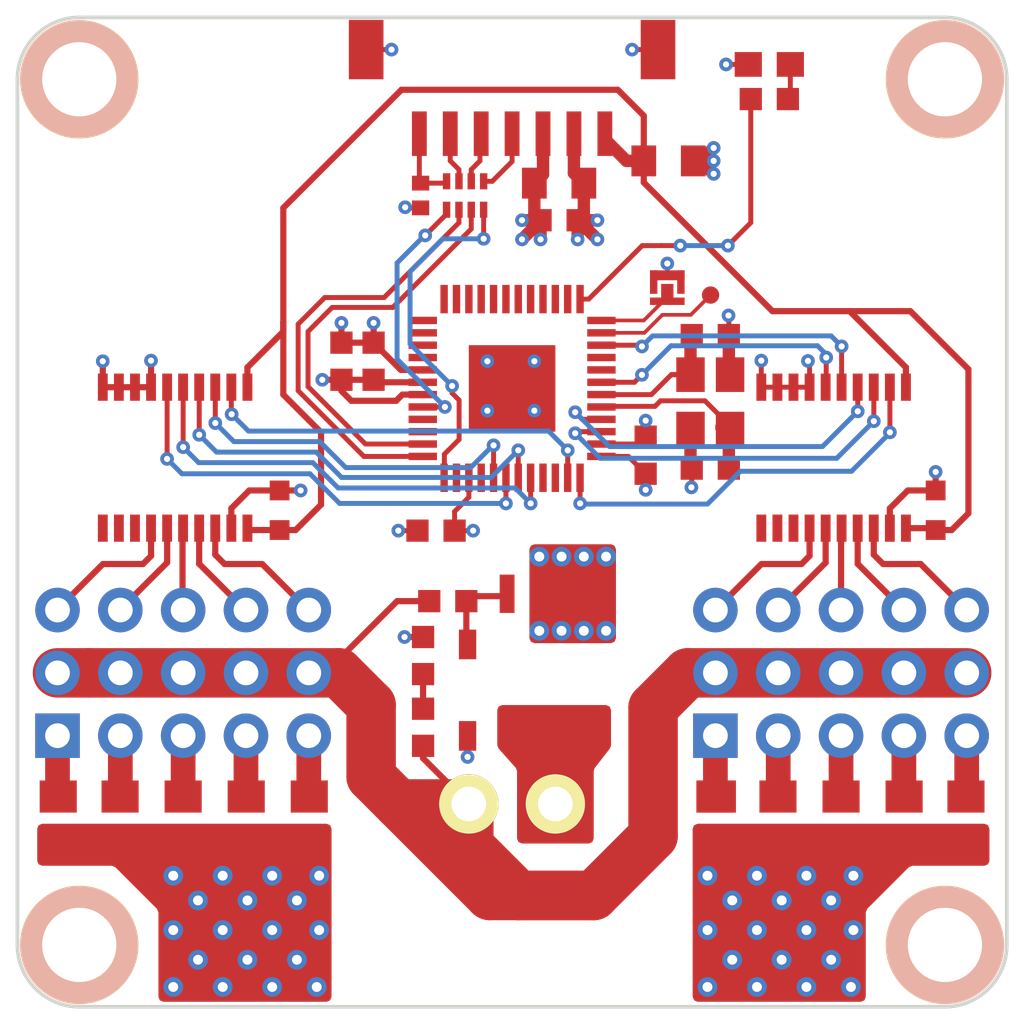
<source format=kicad_pcb>
(kicad_pcb (version 20171130) (host pcbnew 5.1.4-e60b266~84~ubuntu19.04.1)
  (layers (0 F.Cu signal) (1 GND power) (2 VCC power) (31 B.Cu signal) (34 B.Paste user) (35 F.Paste user) (36 B.SilkS user) (37 F.SilkS user) (38 B.Mask user) (39 F.Mask user) (44 Edge.Cuts user))
  (net 0 "")
  (net 1 "Net-(P1-Pad4)")
  (net 2 "Net-(P1-Pad5)")
  (net 3 "Net-(P1-Pad6)")
  (net 4 "Net-(U1-Pad14)")
  (net 5 "Net-(U1-Pad15)")
  (net 6 "Net-(U1-Pad16)")
  (net 7 "Net-(P2-Pad2)")
  (net 8 "Net-(U7-Pad17)")
  (net 9 "Net-(U7-Pad18)")
  (net 10 VCC)
  (net 11 GND)
  (net 12 "Net-(C7-Pad1)")
  (net 13 "Net-(C8-Pad1)")
  (net 14 "Net-(C9-Pad1)")
  (net 15 +5V)
  (net 16 "Net-(D1-Pad2)")
  (net 17 "Net-(D3-Pad2)")
  (net 18 "Net-(P3-Pad1)")
  (net 19 "Net-(P4-Pad1)")
  (net 20 "Net-(P4-Pad2)")
  (net 21 "Net-(R1-Pad1)")
  (net 22 V-EXT)
  (net 23 CUR-SERVO-0)
  (net 24 CUR-SERVO-1)
  (net 25 CUR-SERVO-2)
  (net 26 CUR-SERVO-3)
  (net 27 CUR-SERVO-4)
  (net 28 CUR-SERVO-5)
  (net 29 CUR-SERVO-6)
  (net 30 CUR-SERVO-7)
  (net 31 CUR-SERVO-8)
  (net 32 CUR-SERVO-9)
  (net 33 S-MISO)
  (net 34 S-MOSI)
  (net 35 S-CLK)
  (net 36 S-CS)
  (net 37 "Net-(U1-Pad21)")
  (net 38 "Net-(U1-Pad22)")
  (net 39 "Net-(U1-Pad26)")
  (net 40 "Net-(U1-Pad28)")
  (net 41 PWM-SERVO-0)
  (net 42 PWM-SERVO-1)
  (net 43 PWM-SERVO-2)
  (net 44 PWM-SERVO-3)
  (net 45 "Net-(U1-Pad33)")
  (net 46 "Net-(U1-Pad34)")
  (net 47 PWM-SERVO-4)
  (net 48 PWM-SERVO-5)
  (net 49 PWM-SERVO-6)
  (net 50 PWM-SERVO-7)
  (net 51 PWM-SERVO-8)
  (net 52 "Net-(U1-Pad44)")
  (net 53 "Net-(U1-Pad45)")
  (net 54 PWM-SERVO-9)
  (net 55 "Net-(U7-Pad11)")
  (net 56 "Net-(U7-Pad12)")
  (net 57 "Net-(U7-Pad13)")
  (net 58 "Net-(U7-Pad14)")
  (net 59 "Net-(U7-Pad15)")
  (net 60 "Net-(U7-Pad16)")
  (net 61 "Net-(U6-Pad14)")
  (net 62 "Net-(U6-Pad15)")
  (net 63 "Net-(U6-Pad16)")
  (net 64 "Net-(U6-Pad17)")
  (net 65 "Net-(U6-Pad18)")
  (net 66 "Net-(U6-Pad13)")
  (net 67 "Net-(U6-Pad12)")
  (net 68 "Net-(U6-Pad11)")
  (net 69 "Net-(U1-Pad2)")
  (module kicad-libraries:QFN48-EP2 (layer F.Cu) (at 150 97.5 180)
    (fp_text reference U1)
    (fp_text value XMC1404)
    (pad 1 smd rect (at -2.74828 3.61188) (size 0.29972 1.14808) (layers F.Cu F.Paste F.Mask) (net 21 "Net-(R1-Pad1)"))
    (pad 2 smd rect (at -2.2479 3.61188) (size 0.29972 1.14808) (layers F.Cu F.Paste F.Mask) (net 69 "Net-(U1-Pad2)"))
    (pad 3 smd rect (at -1.74752 3.61188) (size 0.29972 1.14808) (layers F.Cu F.Paste F.Mask) (net 28 CUR-SERVO-5))
    (pad 4 smd rect (at -1.24968 3.61188) (size 0.29972 1.14808) (layers F.Cu F.Paste F.Mask) (net 29 CUR-SERVO-6))
    (pad 5 smd rect (at -0.7493 3.61188) (size 0.29972 1.14808) (layers F.Cu F.Paste F.Mask) (net 30 CUR-SERVO-7))
    (pad 6 smd rect (at -0.24892 3.61188) (size 0.29972 1.14808) (layers F.Cu F.Paste F.Mask) (net 31 CUR-SERVO-8))
    (pad 7 smd rect (at 0.24892 3.61188) (size 0.29972 1.14808) (layers F.Cu F.Paste F.Mask) (net 32 CUR-SERVO-9))
    (pad 8 smd rect (at 0.7493 3.61188) (size 0.29972 1.14808) (layers F.Cu F.Paste F.Mask) (net 23 CUR-SERVO-0))
    (pad 9 smd rect (at 1.24968 3.61188) (size 0.29972 1.14808) (layers F.Cu F.Paste F.Mask) (net 24 CUR-SERVO-1))
    (pad 10 smd rect (at 1.74752 3.61188) (size 0.29972 1.14808) (layers F.Cu F.Paste F.Mask) (net 25 CUR-SERVO-2))
    (pad 11 smd rect (at 2.2479 3.61188) (size 0.29972 1.14808) (layers F.Cu F.Paste F.Mask) (net 26 CUR-SERVO-3))
    (pad 12 smd rect (at 2.74828 3.61188) (size 0.29972 1.14808) (layers F.Cu F.Paste F.Mask) (net 27 CUR-SERVO-4))
    (pad 13 smd rect (at 3.61188 2.74828 90) (size 0.29972 1.14808) (layers F.Cu F.Paste F.Mask) (net 22 V-EXT))
    (pad 14 smd rect (at 3.61188 2.2479 90) (size 0.29972 1.14808) (layers F.Cu F.Paste F.Mask) (net 4 "Net-(U1-Pad14)"))
    (pad 15 smd rect (at 3.61188 1.74752 90) (size 0.29972 1.14808) (layers F.Cu F.Paste F.Mask) (net 5 "Net-(U1-Pad15)"))
    (pad 16 smd rect (at 3.61188 1.24968 90) (size 0.29972 1.14808) (layers F.Cu F.Paste F.Mask) (net 6 "Net-(U1-Pad16)"))
    (pad 17 smd rect (at 3.61188 0.7493 90) (size 0.29972 1.14808) (layers F.Cu F.Paste F.Mask) (net 11 GND))
    (pad 18 smd rect (at 3.61188 0.24892 90) (size 0.29972 1.14808) (layers F.Cu F.Paste F.Mask) (net 10 VCC))
    (pad 19 smd rect (at 3.61188 -0.24892 90) (size 0.29972 1.14808) (layers F.Cu F.Paste F.Mask) (net 10 VCC))
    (pad 20 smd rect (at 3.61188 -0.7493 90) (size 0.29972 1.14808) (layers F.Cu F.Paste F.Mask) (net 33 S-MISO))
    (pad 21 smd rect (at 3.61188 -1.24968 90) (size 0.29972 1.14808) (layers F.Cu F.Paste F.Mask) (net 37 "Net-(U1-Pad21)"))
    (pad 22 smd rect (at 3.61188 -1.74752 90) (size 0.29972 1.14808) (layers F.Cu F.Paste F.Mask) (net 38 "Net-(U1-Pad22)"))
    (pad 23 smd rect (at 3.61188 -2.2479 90) (size 0.29972 1.14808) (layers F.Cu F.Paste F.Mask) (net 35 S-CLK))
    (pad 24 smd rect (at 3.61188 -2.74828 90) (size 0.29972 1.14808) (layers F.Cu F.Paste F.Mask) (net 34 S-MOSI))
    (pad 25 smd rect (at 2.74828 -3.61188 180) (size 0.29972 1.14808) (layers F.Cu F.Paste F.Mask) (net 36 S-CS))
    (pad 26 smd rect (at 2.2479 -3.61188 180) (size 0.29972 1.14808) (layers F.Cu F.Paste F.Mask) (net 39 "Net-(U1-Pad26)"))
    (pad 27 smd rect (at 1.74752 -3.61188 180) (size 0.29972 1.14808) (layers F.Cu F.Paste F.Mask) (net 10 VCC))
    (pad 28 smd rect (at 1.24968 -3.61188 180) (size 0.29972 1.14808) (layers F.Cu F.Paste F.Mask) (net 40 "Net-(U1-Pad28)"))
    (pad 29 smd rect (at 0.7493 -3.61188 180) (size 0.29972 1.14808) (layers F.Cu F.Paste F.Mask) (net 42 PWM-SERVO-1))
    (pad 30 smd rect (at 0.24892 -3.61188 180) (size 0.29972 1.14808) (layers F.Cu F.Paste F.Mask) (net 47 PWM-SERVO-4))
    (pad 31 smd rect (at -0.24892 -3.61188 180) (size 0.29972 1.14808) (layers F.Cu F.Paste F.Mask) (net 43 PWM-SERVO-2))
    (pad 32 smd rect (at -0.7493 -3.61188 180) (size 0.29972 1.14808) (layers F.Cu F.Paste F.Mask) (net 44 PWM-SERVO-3))
    (pad 33 smd rect (at -1.24968 -3.61188 180) (size 0.29972 1.14808) (layers F.Cu F.Paste F.Mask) (net 45 "Net-(U1-Pad33)"))
    (pad 34 smd rect (at -1.74752 -3.61188 180) (size 0.29972 1.14808) (layers F.Cu F.Paste F.Mask) (net 46 "Net-(U1-Pad34)"))
    (pad 35 smd rect (at -2.2479 -3.61188 180) (size 0.29972 1.14808) (layers F.Cu F.Paste F.Mask) (net 41 PWM-SERVO-0))
    (pad 36 smd rect (at -2.74828 -3.61188 180) (size 0.29972 1.14808) (layers F.Cu F.Paste F.Mask) (net 48 PWM-SERVO-5))
    (pad 37 smd rect (at -3.60934 -2.74828 270) (size 0.29972 1.15062) (layers F.Cu F.Paste F.Mask) (net 11 GND))
    (pad 38 smd rect (at -3.61188 -2.2479 270) (size 0.29972 1.14808) (layers F.Cu F.Paste F.Mask) (net 10 VCC))
    (pad 39 smd rect (at -3.61188 -1.74752 270) (size 0.29972 1.14808) (layers F.Cu F.Paste F.Mask) (net 49 PWM-SERVO-6))
    (pad 40 smd rect (at -3.61188 -1.24968 270) (size 0.29972 1.14808) (layers F.Cu F.Paste F.Mask) (net 50 PWM-SERVO-7))
    (pad 41 smd rect (at -3.61188 -0.7493 270) (size 0.29972 1.14808) (layers F.Cu F.Paste F.Mask) (net 13 "Net-(C8-Pad1)"))
    (pad 42 smd rect (at -3.61188 -0.24892 270) (size 0.29972 1.14808) (layers F.Cu F.Paste F.Mask) (net 14 "Net-(C9-Pad1)"))
    (pad 43 smd rect (at -3.61188 0.24892 270) (size 0.29972 1.14808) (layers F.Cu F.Paste F.Mask) (net 54 PWM-SERVO-9))
    (pad 44 smd rect (at -3.61188 0.7493 270) (size 0.29972 1.14808) (layers F.Cu F.Paste F.Mask) (net 52 "Net-(U1-Pad44)"))
    (pad 45 smd rect (at -3.61188 1.24968 270) (size 0.29972 1.14808) (layers F.Cu F.Paste F.Mask) (net 53 "Net-(U1-Pad45)"))
    (pad 46 smd rect (at -3.61188 1.74752 270) (size 0.29972 1.14808) (layers F.Cu F.Paste F.Mask) (net 51 PWM-SERVO-8))
    (pad 47 smd rect (at -3.61188 2.2479 270) (size 0.29972 1.14808) (layers F.Cu F.Paste F.Mask) (net 18 "Net-(P3-Pad1)"))
    (pad 48 smd rect (at -3.61188 2.74828 270) (size 0.29972 1.14808) (layers F.Cu F.Paste F.Mask) (net 7 "Net-(P2-Pad2)"))
    (pad EP smd rect (at 0 0 180) (size 3.5 3.5) (layers F.Cu F.Paste F.Mask) (net 11 GND))
  )
  (module kicad-libraries:DEBUG_PAD (layer F.Cu) (at 158.025 93.725)
    (fp_text reference P3)
    (fp_text value DEBUG)
    (pad 1 smd circle (at 0 0) (size 0.7 0.7) (layers F.Cu F.Paste F.Mask) (net 18 "Net-(P3-Pad1)"))
  )
  (module kicad-libraries:R0805E (layer F.Cu) (at 158.3 114.95 270)
    (fp_text reference R6)
    (fp_text value 0R1)
    (pad 2 smd rect (at 0.95 0 270) (size 1.3 1.5) (layers F.Cu F.Paste F.Mask) (net 11 GND) (clearance 0.14986))
    (pad 1 smd rect (at -0.95 0 270) (size 1.3 1.5) (layers F.Cu F.Paste F.Mask) (net 25 CUR-SERVO-2) (clearance 0.14986))
  )
  (module kicad-libraries:C0805 (layer F.Cu) (at 151.9 89.2 180)
    (fp_text reference C1)
    (fp_text value 10uF)
    (pad 2 smd rect (at 1.00076 0 180) (size 1.00076 1.24968) (layers F.Cu F.Paste F.Mask) (net 10 VCC) (clearance 0.14986))
    (pad 1 smd rect (at -1.00076 0 180) (size 1.00076 1.24968) (layers F.Cu F.Paste F.Mask) (net 11 GND) (clearance 0.14986))
  )
  (module kicad-libraries:C0603F (layer F.Cu) (at 151.9 90.7 180)
    (fp_text reference C2)
    (fp_text value 1uF)
    (pad 2 smd rect (at 0.75 0 180) (size 0.9 0.9) (layers F.Cu F.Paste F.Mask) (net 10 VCC))
    (pad 1 smd rect (at -0.75 0 180) (size 0.9 0.9) (layers F.Cu F.Paste F.Mask) (net 11 GND))
  )
  (module kicad-libraries:C0603F (layer F.Cu) (at 155.4 100.2 270)
    (fp_text reference C3)
    (fp_text value 100nF)
    (pad 1 smd rect (at -0.75 0 270) (size 0.9 0.9) (layers F.Cu F.Paste F.Mask) (net 10 VCC))
    (pad 2 smd rect (at 0.75 0 270) (size 0.9 0.9) (layers F.Cu F.Paste F.Mask) (net 11 GND))
  )
  (module kicad-libraries:C0603F (layer F.Cu) (at 143.1 96.4 90)
    (fp_text reference C4)
    (fp_text value 100nF)
    (pad 1 smd rect (at -0.75 0 90) (size 0.9 0.9) (layers F.Cu F.Paste F.Mask) (net 10 VCC))
    (pad 2 smd rect (at 0.75 0 90) (size 0.9 0.9) (layers F.Cu F.Paste F.Mask) (net 11 GND))
  )
  (module kicad-libraries:C0603F (layer F.Cu) (at 146.925 103.25 180)
    (fp_text reference C5)
    (fp_text value 100nF)
    (pad 2 smd rect (at 0.75 0 180) (size 0.9 0.9) (layers F.Cu F.Paste F.Mask) (net 11 GND))
    (pad 1 smd rect (at -0.75 0 180) (size 0.9 0.9) (layers F.Cu F.Paste F.Mask) (net 10 VCC))
  )
  (module kicad-libraries:C0603F (layer F.Cu) (at 144.4 96.4 90)
    (fp_text reference C6)
    (fp_text value 220nF)
    (pad 1 smd rect (at -0.75 0 90) (size 0.9 0.9) (layers F.Cu F.Paste F.Mask) (net 10 VCC))
    (pad 2 smd rect (at 0.75 0 90) (size 0.9 0.9) (layers F.Cu F.Paste F.Mask) (net 11 GND))
  )
  (module kicad-libraries:C0402F (layer F.Cu) (at 146.3 89.7 270)
    (fp_text reference C7)
    (fp_text value 220pF)
    (pad 2 smd rect (at 0.5 0 270) (size 0.6 0.7) (layers F.Cu F.Paste F.Mask) (net 11 GND))
    (pad 1 smd rect (at -0.5 0 270) (size 0.6 0.7) (layers F.Cu F.Paste F.Mask) (net 12 "Net-(C7-Pad1)"))
  )
  (module kicad-libraries:C0603F (layer F.Cu) (at 158.013194 100.742524 180)
    (fp_text reference C8)
    (fp_text value 10pF)
    (pad 2 smd rect (at 0.75 0 180) (size 0.9 0.9) (layers F.Cu F.Paste F.Mask) (net 11 GND))
    (pad 1 smd rect (at -0.75 0 180) (size 0.9 0.9) (layers F.Cu F.Paste F.Mask) (net 13 "Net-(C8-Pad1)"))
  )
  (module kicad-libraries:C0603F (layer F.Cu) (at 158.013194 95.342524)
    (fp_text reference C9)
    (fp_text value 10pF)
    (pad 1 smd rect (at -0.75 0) (size 0.9 0.9) (layers F.Cu F.Paste F.Mask) (net 14 "Net-(C9-Pad1)"))
    (pad 2 smd rect (at 0.75 0) (size 0.9 0.9) (layers F.Cu F.Paste F.Mask) (net 11 GND))
  )
  (module kicad-libraries:C0603 (layer F.Cu) (at 140.6 102.425 90)
    (fp_text reference C10)
    (fp_text value 100nF)
    (pad 2 smd rect (at 0.8001 0 90) (size 0.8001 0.8001) (layers F.Cu F.Paste F.Mask) (net 11 GND))
    (pad 1 smd rect (at -0.8001 0 90) (size 0.8001 0.8001) (layers F.Cu F.Paste F.Mask) (net 15 +5V))
  )
  (module kicad-libraries:C0603 (layer F.Cu) (at 167.125 102.425 270)
    (fp_text reference C11)
    (fp_text value 100nF)
    (pad 1 smd rect (at -0.8001 0 270) (size 0.8001 0.8001) (layers F.Cu F.Paste F.Mask) (net 11 GND))
    (pad 2 smd rect (at 0.8001 0 270) (size 0.8001 0.8001) (layers F.Cu F.Paste F.Mask) (net 15 +5V))
  )
  (module kicad-libraries:C0805 (layer F.Cu) (at 156.325 88.3)
    (fp_text reference C12)
    (fp_text value 10uF)
    (pad 1 smd rect (at -1.00076 0) (size 1.00076 1.24968) (layers F.Cu F.Paste F.Mask) (net 15 +5V) (clearance 0.14986))
    (pad 2 smd rect (at 1.00076 0) (size 1.00076 1.24968) (layers F.Cu F.Paste F.Mask) (net 11 GND) (clearance 0.14986))
  )
  (module kicad-libraries:SOD-123 (layer F.Cu) (at 148.2 109.7 90)
    (fp_text reference D1)
    (fp_text value Z12V)
    (pad 1 smd rect (at -1.84912 0 90) (size 1.19888 0.70104) (layers F.Cu F.Paste F.Mask) (net 11 GND) (clearance 0.14986))
    (pad 2 smd rect (at 1.84912 0 90) (size 1.19888 0.70104) (layers F.Cu F.Paste F.Mask) (net 16 "Net-(D1-Pad2)") (clearance 0.14986))
  )
  (module kicad-libraries:D0603E (layer F.Cu) (at 160.4 84.4)
    (fp_text reference D3)
    (fp_text value blue)
    (pad 1 smd rect (at -0.8501 0) (size 1.1 1) (layers F.Cu F.Paste F.Mask) (net 10 VCC))
    (pad 2 smd rect (at 0.8501 0) (size 1.1 1) (layers F.Cu F.Paste F.Mask) (net 17 "Net-(D3-Pad2)"))
  )
  (module kicad-libraries:CON-SENSOR2 (layer F.Cu) (at 150 82.6 180)
    (fp_text reference P1)
    (fp_text value CON-SENSOR2)
    (pad 1 smd rect (at -3.75 -4.6 180) (size 0.6 1.8) (layers F.Cu F.Paste F.Mask) (net 15 +5V))
    (pad 2 smd rect (at -2.5 -4.6 180) (size 0.6 1.8) (layers F.Cu F.Paste F.Mask) (net 11 GND))
    (pad EP smd rect (at -5.9 -1.2 180) (size 1.4 2.4) (layers F.Cu F.Paste F.Mask) (net 11 GND))
    (pad EP smd rect (at 5.9 -1.2 180) (size 1.4 2.4) (layers F.Cu F.Paste F.Mask) (net 11 GND))
    (pad 3 smd rect (at -1.25 -4.6 180) (size 0.6 1.8) (layers F.Cu F.Paste F.Mask) (net 10 VCC))
    (pad 4 smd rect (at 0 -4.6 180) (size 0.6 1.8) (layers F.Cu F.Paste F.Mask) (net 1 "Net-(P1-Pad4)"))
    (pad 5 smd rect (at 1.25 -4.6 180) (size 0.6 1.8) (layers F.Cu F.Paste F.Mask) (net 2 "Net-(P1-Pad5)"))
    (pad 6 smd rect (at 2.5 -4.6 180) (size 0.6 1.8) (layers F.Cu F.Paste F.Mask) (net 3 "Net-(P1-Pad6)"))
    (pad 7 smd rect (at 3.75 -4.6 180) (size 0.6 1.8) (layers F.Cu F.Paste F.Mask) (net 12 "Net-(C7-Pad1)"))
  )
  (module kicad-libraries:SolderJumper (layer F.Cu) (at 156.275 93.425 270)
    (fp_text reference P2)
    (fp_text value BOOT)
    (pad 2 smd rect (at 0.55 0 270) (size 0.3 1.4) (layers F.Cu F.Mask) (net 7 "Net-(P2-Pad2)"))
    (pad 2 smd rect (at 0.15 0 270) (size 0.6 0.5) (layers F.Cu F.Mask) (net 7 "Net-(P2-Pad2)"))
    (pad 1 smd rect (at -0.5 0 270) (size 0.4 1.4) (layers F.Cu F.Mask) (net 11 GND))
    (pad 1 smd rect (at -0.225 0.55 270) (size 0.95 0.3) (layers F.Cu F.Mask) (net 11 GND))
    (pad 1 smd rect (at -0.225 -0.55 270) (size 0.95 0.3) (layers F.Cu F.Mask) (net 11 GND))
  )
  (module kicad-libraries:OQ_2P (layer F.Cu) (at 150 114.3)
    (fp_text reference P4)
    (fp_text value black)
    (pad 1 thru_hole circle (at -1.75006 0) (size 2.4003 2.4003) (drill 1.39954) (layers *.Cu *.Mask F.SilkS) (net 19 "Net-(P4-Pad1)"))
    (pad 2 thru_hole circle (at 1.75006 0) (size 2.4003 2.4003) (drill 1.39954) (layers *.Cu *.Mask F.SilkS) (net 20 "Net-(P4-Pad2)"))
  )
  (module kicad-libraries:SOIC-8-MOSFET (layer F.Cu) (at 151.7 108.5 180)
    (fp_text reference Q1)
    (fp_text value FDS8449)
    (pad S smd rect (at -1.90246 2.69748) (size 0.59944 1.5494) (layers F.Cu F.Paste F.Mask) (net 11 GND))
    (pad S smd rect (at -0.63246 2.69748) (size 0.59944 1.5494) (layers F.Cu F.Paste F.Mask) (net 11 GND))
    (pad S smd rect (at 0.63246 2.69748) (size 0.59944 1.5494) (layers F.Cu F.Paste F.Mask) (net 11 GND))
    (pad G smd rect (at 1.90246 2.69748) (size 0.59944 1.5494) (layers F.Cu F.Paste F.Mask) (net 16 "Net-(D1-Pad2)"))
    (pad D smd rect (at 1.90246 -2.69748 180) (size 0.59944 1.5494) (layers F.Cu F.Paste F.Mask) (net 20 "Net-(P4-Pad2)"))
    (pad D smd rect (at 0.63246 -2.69748 180) (size 0.59944 1.5494) (layers F.Cu F.Paste F.Mask) (net 20 "Net-(P4-Pad2)"))
    (pad D smd rect (at -0.63246 -2.69748 180) (size 0.59944 1.5494) (layers F.Cu F.Paste F.Mask) (net 20 "Net-(P4-Pad2)"))
    (pad D smd rect (at -1.90246 -2.69748 180) (size 0.59944 1.5494) (layers F.Cu F.Paste F.Mask) (net 20 "Net-(P4-Pad2)"))
  )
  (module kicad-libraries:R0603F (layer F.Cu) (at 160.4 85.8)
    (fp_text reference R1)
    (fp_text value 1k)
    (pad 1 smd rect (at -0.75 0) (size 0.9 0.9) (layers F.Cu F.Paste F.Mask) (net 21 "Net-(R1-Pad1)"))
    (pad 2 smd rect (at 0.75 0) (size 0.9 0.9) (layers F.Cu F.Paste F.Mask) (net 17 "Net-(D3-Pad2)"))
  )
  (module kicad-libraries:R0603F (layer F.Cu) (at 146.4 111.2 90)
    (fp_text reference R2)
    (fp_text value 10k)
    (pad 1 smd rect (at -0.75 0 90) (size 0.9 0.9) (layers F.Cu F.Paste F.Mask) (net 19 "Net-(P4-Pad1)"))
    (pad 2 smd rect (at 0.75 0 90) (size 0.9 0.9) (layers F.Cu F.Paste F.Mask) (net 22 V-EXT))
  )
  (module kicad-libraries:R0603F (layer F.Cu) (at 146.4 108.3 90)
    (fp_text reference R3)
    (fp_text value 1k)
    (pad 2 smd rect (at 0.75 0 90) (size 0.9 0.9) (layers F.Cu F.Paste F.Mask) (net 11 GND))
    (pad 1 smd rect (at -0.75 0 90) (size 0.9 0.9) (layers F.Cu F.Paste F.Mask) (net 22 V-EXT))
  )
  (module kicad-libraries:R0805E (layer F.Cu) (at 141.8 114.95 270)
    (fp_text reference R4)
    (fp_text value 0R1)
    (pad 2 smd rect (at 0.95 0 270) (size 1.3 1.5) (layers F.Cu F.Paste F.Mask) (net 11 GND) (clearance 0.14986))
    (pad 1 smd rect (at -0.95 0 270) (size 1.3 1.5) (layers F.Cu F.Paste F.Mask) (net 23 CUR-SERVO-0) (clearance 0.14986))
  )
  (module kicad-libraries:R0805E (layer F.Cu) (at 139.25 114.95 270)
    (fp_text reference R5)
    (fp_text value 0R1)
    (pad 1 smd rect (at -0.95 0 270) (size 1.3 1.5) (layers F.Cu F.Paste F.Mask) (net 24 CUR-SERVO-1) (clearance 0.14986))
    (pad 2 smd rect (at 0.95 0 270) (size 1.3 1.5) (layers F.Cu F.Paste F.Mask) (net 11 GND) (clearance 0.14986))
  )
  (module kicad-libraries:R0805E (layer F.Cu) (at 136.7 114.95 270)
    (fp_text reference R6)
    (fp_text value 0R1)
    (pad 1 smd rect (at -0.95 0 270) (size 1.3 1.5) (layers F.Cu F.Paste F.Mask) (net 25 CUR-SERVO-2) (clearance 0.14986))
    (pad 2 smd rect (at 0.95 0 270) (size 1.3 1.5) (layers F.Cu F.Paste F.Mask) (net 11 GND) (clearance 0.14986))
  )
  (module kicad-libraries:R0805E (layer F.Cu) (at 134.15 114.95 270)
    (fp_text reference R7)
    (fp_text value 0R1)
    (pad 2 smd rect (at 0.95 0 270) (size 1.3 1.5) (layers F.Cu F.Paste F.Mask) (net 11 GND) (clearance 0.14986))
    (pad 1 smd rect (at -0.95 0 270) (size 1.3 1.5) (layers F.Cu F.Paste F.Mask) (net 26 CUR-SERVO-3) (clearance 0.14986))
  )
  (module kicad-libraries:R0805E (layer F.Cu) (at 131.65 114.95 270)
    (fp_text reference R8)
    (fp_text value 0R1)
    (pad 1 smd rect (at -0.95 0 270) (size 1.3 1.5) (layers F.Cu F.Paste F.Mask) (net 27 CUR-SERVO-4) (clearance 0.14986))
    (pad 2 smd rect (at 0.95 0 270) (size 1.3 1.5) (layers F.Cu F.Paste F.Mask) (net 11 GND) (clearance 0.14986))
  )
  (module kicad-libraries:R0805E (layer F.Cu) (at 168.35 114.95 270)
    (fp_text reference R9)
    (fp_text value 0R1)
    (pad 2 smd rect (at 0.95 0 270) (size 1.3 1.5) (layers F.Cu F.Paste F.Mask) (net 11 GND) (clearance 0.14986))
    (pad 1 smd rect (at -0.95 0 270) (size 1.3 1.5) (layers F.Cu F.Paste F.Mask) (net 28 CUR-SERVO-5) (clearance 0.14986))
  )
  (module kicad-libraries:R0805E (layer F.Cu) (at 165.85 114.95 270)
    (fp_text reference R10)
    (fp_text value 0R1)
    (pad 1 smd rect (at -0.95 0 270) (size 1.3 1.5) (layers F.Cu F.Paste F.Mask) (net 29 CUR-SERVO-6) (clearance 0.14986))
    (pad 2 smd rect (at 0.95 0 270) (size 1.3 1.5) (layers F.Cu F.Paste F.Mask) (net 11 GND) (clearance 0.14986))
  )
  (module kicad-libraries:R0805E (layer F.Cu) (at 163.3 114.95 270)
    (fp_text reference R11)
    (fp_text value 0R1)
    (pad 2 smd rect (at 0.95 0 270) (size 1.3 1.5) (layers F.Cu F.Paste F.Mask) (net 11 GND) (clearance 0.14986))
    (pad 1 smd rect (at -0.95 0 270) (size 1.3 1.5) (layers F.Cu F.Paste F.Mask) (net 30 CUR-SERVO-7) (clearance 0.14986))
  )
  (module kicad-libraries:R0805E (layer F.Cu) (at 160.75 114.95 270)
    (fp_text reference R12)
    (fp_text value 0R1)
    (pad 1 smd rect (at -0.95 0 270) (size 1.3 1.5) (layers F.Cu F.Paste F.Mask) (net 31 CUR-SERVO-8) (clearance 0.14986))
    (pad 2 smd rect (at 0.95 0 270) (size 1.3 1.5) (layers F.Cu F.Paste F.Mask) (net 11 GND) (clearance 0.14986))
  )
  (module kicad-libraries:R0805E (layer F.Cu) (at 158.2 114.95 270)
    (fp_text reference R13)
    (fp_text value 0R1)
    (pad 2 smd rect (at 0.95 0 270) (size 1.3 1.5) (layers F.Cu F.Paste F.Mask) (net 11 GND) (clearance 0.14986))
    (pad 1 smd rect (at -0.95 0 270) (size 1.3 1.5) (layers F.Cu F.Paste F.Mask) (net 32 CUR-SERVO-9) (clearance 0.14986))
  )
  (module kicad-libraries:R0603F (layer F.Cu) (at 147.4 106.1 180)
    (fp_text reference R16)
    (fp_text value 100k)
    (pad 2 smd rect (at 0.75 0 180) (size 0.9 0.9) (layers F.Cu F.Paste F.Mask) (net 19 "Net-(P4-Pad1)"))
    (pad 1 smd rect (at -0.75 0 180) (size 0.9 0.9) (layers F.Cu F.Paste F.Mask) (net 16 "Net-(D1-Pad2)"))
  )
  (module kicad-libraries:4X0402 (layer F.Cu) (at 148.1 89.7 180)
    (fp_text reference RP1)
    (fp_text value 82)
    (pad 1 smd rect (at -0.7493 0.575) (size 0.29972 0.65) (layers F.Cu F.Paste F.Mask) (net 1 "Net-(P1-Pad4)"))
    (pad 2 smd rect (at -0.24892 0.575) (size 0.29972 0.65) (layers F.Cu F.Paste F.Mask) (net 2 "Net-(P1-Pad5)"))
    (pad 3 smd rect (at 0.24892 0.575) (size 0.29972 0.65) (layers F.Cu F.Paste F.Mask) (net 3 "Net-(P1-Pad6)"))
    (pad 4 smd rect (at 0.7493 0.575) (size 0.29972 0.65) (layers F.Cu F.Paste F.Mask) (net 12 "Net-(C7-Pad1)"))
    (pad 5 smd rect (at 0.7493 -0.575 180) (size 0.29972 0.65) (layers F.Cu F.Paste F.Mask) (net 33 S-MISO))
    (pad 6 smd rect (at 0.24892 -0.575 180) (size 0.29972 0.65) (layers F.Cu F.Paste F.Mask) (net 34 S-MOSI))
    (pad 7 smd rect (at -0.24892 -0.575 180) (size 0.29972 0.65) (layers F.Cu F.Paste F.Mask) (net 35 S-CLK))
    (pad 8 smd rect (at -0.7493 -0.575 180) (size 0.29972 0.65) (layers F.Cu F.Paste F.Mask) (net 36 S-CS))
  )
  (module kicad-libraries:DRILL_NP (layer F.Cu) (at 132.5 85)
    (fp_text reference U2 hide)
    (fp_text value DRILL hide)
    (pad "" np_thru_hole circle (at 0 0) (size 2.99974 2.99974) (drill 2.99974) (layers *.Cu *.Mask F.SilkS) (clearance 0.89916))
  )
  (module kicad-libraries:DRILL_NP (layer F.Cu) (at 167.5 120)
    (fp_text reference U3 hide)
    (fp_text value DRILL hide)
    (pad "" np_thru_hole circle (at 0 0) (size 2.99974 2.99974) (drill 2.99974) (layers *.Cu *.Mask F.SilkS) (clearance 0.89916))
  )
  (module kicad-libraries:DRILL_NP (layer F.Cu) (at 132.5 120)
    (fp_text reference U4 hide)
    (fp_text value DRILL hide)
    (pad "" np_thru_hole circle (at 0 0) (size 2.99974 2.99974) (drill 2.99974) (layers *.Cu *.Mask F.SilkS) (clearance 0.89916))
  )
  (module kicad-libraries:DRILL_NP (layer F.Cu) (at 167.5 85)
    (fp_text reference U5 hide)
    (fp_text value DRILL hide)
    (pad "" np_thru_hole circle (at 0 0) (size 2.99974 2.99974) (drill 2.99974) (layers *.Cu *.Mask F.SilkS) (clearance 0.89916))
  )
  (module kicad-libraries:TSSOP20 (layer F.Cu) (at 136.375 100.3 180)
    (fp_text reference U6)
    (fp_text value 74HC245)
    (pad 20 smd rect (at -2.92354 -2.84988 180) (size 0.39878 1.09982) (layers F.Cu F.Paste F.Mask) (net 15 +5V))
    (pad 19 smd rect (at -2.2733 -2.84988 180) (size 0.39878 1.09982) (layers F.Cu F.Paste F.Mask) (net 11 GND))
    (pad 18 smd rect (at -1.62306 -2.84988 180) (size 0.39878 1.09982) (layers F.Cu F.Paste F.Mask) (net 65 "Net-(U6-Pad18)"))
    (pad 17 smd rect (at -0.97282 -2.84988 180) (size 0.39878 1.09982) (layers F.Cu F.Paste F.Mask) (net 64 "Net-(U6-Pad17)"))
    (pad 16 smd rect (at -0.32258 -2.84988 180) (size 0.39878 1.09982) (layers F.Cu F.Paste F.Mask) (net 63 "Net-(U6-Pad16)"))
    (pad 15 smd rect (at 0.32258 -2.84988 180) (size 0.39878 1.09982) (layers F.Cu F.Paste F.Mask) (net 62 "Net-(U6-Pad15)"))
    (pad 14 smd rect (at 0.97282 -2.84988 180) (size 0.39878 1.09982) (layers F.Cu F.Paste F.Mask) (net 61 "Net-(U6-Pad14)"))
    (pad 13 smd rect (at 1.62306 -2.84988 180) (size 0.39878 1.09982) (layers F.Cu F.Paste F.Mask) (net 66 "Net-(U6-Pad13)"))
    (pad 12 smd rect (at 2.2733 -2.84988 180) (size 0.39878 1.09982) (layers F.Cu F.Paste F.Mask) (net 67 "Net-(U6-Pad12)"))
    (pad 11 smd rect (at 2.92354 -2.84988 180) (size 0.39878 1.09982) (layers F.Cu F.Paste F.Mask) (net 68 "Net-(U6-Pad11)"))
    (pad 10 smd rect (at 2.92354 2.84988) (size 0.39878 1.09982) (layers F.Cu F.Paste F.Mask) (net 11 GND))
    (pad 9 smd rect (at 2.2733 2.84988) (size 0.39878 1.09982) (layers F.Cu F.Paste F.Mask) (net 11 GND))
    (pad 8 smd rect (at 1.62306 2.84988) (size 0.39878 1.09982) (layers F.Cu F.Paste F.Mask) (net 11 GND))
    (pad 7 smd rect (at 0.97282 2.84988) (size 0.39878 1.09982) (layers F.Cu F.Paste F.Mask) (net 11 GND))
    (pad 6 smd rect (at 0.32258 2.84988) (size 0.39878 1.09982) (layers F.Cu F.Paste F.Mask) (net 47 PWM-SERVO-4))
    (pad 5 smd rect (at -0.32258 2.84988) (size 0.39878 1.09982) (layers F.Cu F.Paste F.Mask) (net 44 PWM-SERVO-3))
    (pad 4 smd rect (at -0.97282 2.84988) (size 0.39878 1.09982) (layers F.Cu F.Paste F.Mask) (net 43 PWM-SERVO-2))
    (pad 3 smd rect (at -1.62306 2.84988) (size 0.39878 1.09982) (layers F.Cu F.Paste F.Mask) (net 42 PWM-SERVO-1))
    (pad 2 smd rect (at -2.2733 2.84988) (size 0.39878 1.09982) (layers F.Cu F.Paste F.Mask) (net 41 PWM-SERVO-0))
    (pad 1 smd rect (at -2.92354 2.84988) (size 0.39878 1.09982) (layers F.Cu F.Paste F.Mask) (net 15 +5V))
  )
  (module kicad-libraries:TSSOP20 (layer F.Cu) (at 163 100.3 180)
    (fp_text reference U7)
    (fp_text value 74HC245)
    (pad 1 smd rect (at -2.92354 2.84988) (size 0.39878 1.09982) (layers F.Cu F.Paste F.Mask) (net 15 +5V))
    (pad 2 smd rect (at -2.2733 2.84988) (size 0.39878 1.09982) (layers F.Cu F.Paste F.Mask) (net 48 PWM-SERVO-5))
    (pad 3 smd rect (at -1.62306 2.84988) (size 0.39878 1.09982) (layers F.Cu F.Paste F.Mask) (net 49 PWM-SERVO-6))
    (pad 4 smd rect (at -0.97282 2.84988) (size 0.39878 1.09982) (layers F.Cu F.Paste F.Mask) (net 50 PWM-SERVO-7))
    (pad 5 smd rect (at -0.32258 2.84988) (size 0.39878 1.09982) (layers F.Cu F.Paste F.Mask) (net 51 PWM-SERVO-8))
    (pad 6 smd rect (at 0.32258 2.84988) (size 0.39878 1.09982) (layers F.Cu F.Paste F.Mask) (net 54 PWM-SERVO-9))
    (pad 7 smd rect (at 0.97282 2.84988) (size 0.39878 1.09982) (layers F.Cu F.Paste F.Mask) (net 11 GND))
    (pad 8 smd rect (at 1.62306 2.84988) (size 0.39878 1.09982) (layers F.Cu F.Paste F.Mask) (net 11 GND))
    (pad 9 smd rect (at 2.2733 2.84988) (size 0.39878 1.09982) (layers F.Cu F.Paste F.Mask) (net 11 GND))
    (pad 10 smd rect (at 2.92354 2.84988) (size 0.39878 1.09982) (layers F.Cu F.Paste F.Mask) (net 11 GND))
    (pad 11 smd rect (at 2.92354 -2.84988 180) (size 0.39878 1.09982) (layers F.Cu F.Paste F.Mask) (net 55 "Net-(U7-Pad11)"))
    (pad 12 smd rect (at 2.2733 -2.84988 180) (size 0.39878 1.09982) (layers F.Cu F.Paste F.Mask) (net 56 "Net-(U7-Pad12)"))
    (pad 13 smd rect (at 1.62306 -2.84988 180) (size 0.39878 1.09982) (layers F.Cu F.Paste F.Mask) (net 57 "Net-(U7-Pad13)"))
    (pad 14 smd rect (at 0.97282 -2.84988 180) (size 0.39878 1.09982) (layers F.Cu F.Paste F.Mask) (net 58 "Net-(U7-Pad14)"))
    (pad 15 smd rect (at 0.32258 -2.84988 180) (size 0.39878 1.09982) (layers F.Cu F.Paste F.Mask) (net 59 "Net-(U7-Pad15)"))
    (pad 16 smd rect (at -0.32258 -2.84988 180) (size 0.39878 1.09982) (layers F.Cu F.Paste F.Mask) (net 60 "Net-(U7-Pad16)"))
    (pad 17 smd rect (at -0.97282 -2.84988 180) (size 0.39878 1.09982) (layers F.Cu F.Paste F.Mask) (net 8 "Net-(U7-Pad17)"))
    (pad 18 smd rect (at -1.62306 -2.84988 180) (size 0.39878 1.09982) (layers F.Cu F.Paste F.Mask) (net 9 "Net-(U7-Pad18)"))
    (pad 19 smd rect (at -2.2733 -2.84988 180) (size 0.39878 1.09982) (layers F.Cu F.Paste F.Mask) (net 11 GND))
    (pad 20 smd rect (at -2.92354 -2.84988 180) (size 0.39878 1.09982) (layers F.Cu F.Paste F.Mask) (net 15 +5V))
  )
  (module kicad-libraries:pin_array_5x3 (layer F.Cu) (at 136.7 109)
    (fp_text reference U8)
    (fp_text value Con_Servo_5x)
    (pad E1 thru_hole circle (at 5.08 2.54) (size 1.8 1.8) (drill 1) (layers *.Cu *.Mask) (net 23 CUR-SERVO-0))
    (pad E2 thru_hole circle (at 5.08 0) (size 1.8 1.8) (drill 1) (layers *.Cu *.Mask) (net 19 "Net-(P4-Pad1)"))
    (pad E3 thru_hole circle (at 5.08 -2.54) (size 1.8 1.8) (drill 1) (layers *.Cu *.Mask) (net 65 "Net-(U6-Pad18)"))
    (pad D1 thru_hole circle (at 2.54 2.54) (size 1.8 1.8) (drill 1) (layers *.Cu *.Mask) (net 24 CUR-SERVO-1))
    (pad D2 thru_hole circle (at 2.54 0) (size 1.8 1.8) (drill 1) (layers *.Cu *.Mask) (net 19 "Net-(P4-Pad1)"))
    (pad D3 thru_hole circle (at 2.54 -2.54) (size 1.8 1.8) (drill 1) (layers *.Cu *.Mask) (net 64 "Net-(U6-Pad17)"))
    (pad C3 thru_hole circle (at 0 -2.54) (size 1.8 1.8) (drill 1) (layers *.Cu *.Mask) (net 63 "Net-(U6-Pad16)"))
    (pad B3 thru_hole circle (at -2.54 -2.54) (size 1.8 1.8) (drill 1) (layers *.Cu *.Mask) (net 62 "Net-(U6-Pad15)"))
    (pad A3 thru_hole circle (at -5.08 -2.54) (size 1.8 1.8) (drill 1) (layers *.Cu *.Mask) (net 61 "Net-(U6-Pad14)"))
    (pad C1 thru_hole circle (at 0 2.54) (size 1.8 1.8) (drill 1) (layers *.Cu *.Mask) (net 25 CUR-SERVO-2))
    (pad B1 thru_hole circle (at -2.54 2.54) (size 1.8 1.8) (drill 1) (layers *.Cu *.Mask) (net 26 CUR-SERVO-3))
    (pad A1 thru_hole rect (at -5.08 2.54) (size 1.8 1.8) (drill 1) (layers *.Cu *.Mask) (net 27 CUR-SERVO-4))
    (pad A2 thru_hole circle (at -5.08 0) (size 1.8 1.8) (drill 1) (layers *.Cu *.Mask) (net 19 "Net-(P4-Pad1)"))
    (pad B2 thru_hole circle (at -2.54 0) (size 1.8 1.8) (drill 1) (layers *.Cu *.Mask) (net 19 "Net-(P4-Pad1)"))
    (pad C2 thru_hole circle (at 0 0) (size 1.8 1.8) (drill 1) (layers *.Cu *.Mask) (net 19 "Net-(P4-Pad1)"))
  )
  (module kicad-libraries:pin_array_5x3 (layer F.Cu) (at 163.3 109)
    (fp_text reference U9)
    (fp_text value Con_Servo_5x)
    (pad C2 thru_hole circle (at 0 0) (size 1.8 1.8) (drill 1) (layers *.Cu *.Mask) (net 19 "Net-(P4-Pad1)"))
    (pad B2 thru_hole circle (at -2.54 0) (size 1.8 1.8) (drill 1) (layers *.Cu *.Mask) (net 19 "Net-(P4-Pad1)"))
    (pad A2 thru_hole circle (at -5.08 0) (size 1.8 1.8) (drill 1) (layers *.Cu *.Mask) (net 19 "Net-(P4-Pad1)"))
    (pad A1 thru_hole rect (at -5.08 2.54) (size 1.8 1.8) (drill 1) (layers *.Cu *.Mask) (net 32 CUR-SERVO-9))
    (pad B1 thru_hole circle (at -2.54 2.54) (size 1.8 1.8) (drill 1) (layers *.Cu *.Mask) (net 31 CUR-SERVO-8))
    (pad C1 thru_hole circle (at 0 2.54) (size 1.8 1.8) (drill 1) (layers *.Cu *.Mask) (net 30 CUR-SERVO-7))
    (pad A3 thru_hole circle (at -5.08 -2.54) (size 1.8 1.8) (drill 1) (layers *.Cu *.Mask) (net 58 "Net-(U7-Pad14)"))
    (pad B3 thru_hole circle (at -2.54 -2.54) (size 1.8 1.8) (drill 1) (layers *.Cu *.Mask) (net 59 "Net-(U7-Pad15)"))
    (pad C3 thru_hole circle (at 0 -2.54) (size 1.8 1.8) (drill 1) (layers *.Cu *.Mask) (net 60 "Net-(U7-Pad16)"))
    (pad D3 thru_hole circle (at 2.54 -2.54) (size 1.8 1.8) (drill 1) (layers *.Cu *.Mask) (net 8 "Net-(U7-Pad17)"))
    (pad D2 thru_hole circle (at 2.54 0) (size 1.8 1.8) (drill 1) (layers *.Cu *.Mask) (net 19 "Net-(P4-Pad1)"))
    (pad D1 thru_hole circle (at 2.54 2.54) (size 1.8 1.8) (drill 1) (layers *.Cu *.Mask) (net 29 CUR-SERVO-6))
    (pad E3 thru_hole circle (at 5.08 -2.54) (size 1.8 1.8) (drill 1) (layers *.Cu *.Mask) (net 9 "Net-(U7-Pad18)"))
    (pad E2 thru_hole circle (at 5.08 0) (size 1.8 1.8) (drill 1) (layers *.Cu *.Mask) (net 19 "Net-(P4-Pad1)"))
    (pad E1 thru_hole circle (at 5.08 2.54) (size 1.8 1.8) (drill 1) (layers *.Cu *.Mask) (net 28 CUR-SERVO-5))
  )
  (module kicad-libraries:CRYSTAL_3225 (layer F.Cu) (at 158.013194 98.042524 270)
    (fp_text reference X1)
    (fp_text value 16MHz)
    (pad 3 smd rect (at -1.09982 -0.8001 270) (size 1.39954 1.15062) (layers F.Cu F.Paste F.Mask) (net 11 GND))
    (pad 2 smd rect (at 1.09982 -0.8001 270) (size 1.39954 1.15062) (layers F.Cu F.Paste F.Mask) (net 13 "Net-(C8-Pad1)"))
    (pad 1 smd rect (at -1.09982 0.8001 270) (size 1.39954 1.15062) (layers F.Cu F.Paste F.Mask) (net 14 "Net-(C9-Pad1)"))
    (pad 3 smd rect (at 1.09982 0.8001 270) (size 1.39954 1.15062) (layers F.Cu F.Paste F.Mask) (net 11 GND))
  )
  (gr_arc (start 132.5 120) (end 130 120) (angle -90) (layer Edge.Cuts) (width 0.15))
  (gr_arc (start 167.5 120) (end 167.5 122.5) (angle -90) (layer Edge.Cuts) (width 0.15))
  (gr_arc (start 167.5 85) (end 170 85) (angle -90) (layer Edge.Cuts) (width 0.15))
  (gr_arc (start 132.5 85) (end 132.5 82.5) (angle -90) (layer Edge.Cuts) (width 0.15))
  (gr_line (start 130 120) (end 130 85) (layer Edge.Cuts) (width 0.15))
  (gr_line (start 167.5 122.5) (end 132.5 122.5) (layer Edge.Cuts) (width 0.15))
  (gr_line (start 170 85) (end 170 120) (layer Edge.Cuts) (width 0.15))
  (gr_line (start 132.5 82.5) (end 167.5 82.5) (layer Edge.Cuts) (width 0.15))
  (segment (start 139.215 106.46) (end 137.34782 104.59282) (width 0.25) (layer F.Cu) (net 64))
  (segment (start 137.34782 104.59282) (end 137.34782 103.14988) (width 0.25) (layer F.Cu) (net 64))
  (segment (start 139.895 104.6) (end 138.375 104.6) (width 0.25) (layer F.Cu) (net 65))
  (segment (start 138.375 104.6) (end 137.99806 104.22306) (width 0.25) (layer F.Cu) (net 65))
  (segment (start 141.755 106.46) (end 139.895 104.6) (width 0.25) (layer F.Cu) (net 65))
  (segment (start 137.99806 104.22306) (end 137.99806 103.14988) (width 0.25) (layer F.Cu) (net 65))
  (segment (start 131.595 106.46) (end 133.455 104.6) (width 0.25) (layer F.Cu) (net 61))
  (segment (start 135.40218 104.27282) (end 135.40218 103.14988) (width 0.25) (layer F.Cu) (net 61))
  (segment (start 135.075 104.6) (end 135.40218 104.27282) (width 0.25) (layer F.Cu) (net 61))
  (segment (start 133.455 104.6) (end 135.075 104.6) (width 0.25) (layer F.Cu) (net 61))
  (segment (start 134.135 106.46) (end 136.05242 104.54258) (width 0.25) (layer F.Cu) (net 62))
  (segment (start 136.05242 104.54258) (end 136.05242 103.14988) (width 0.25) (layer F.Cu) (net 62))
  (segment (start 136.675 106.46) (end 136.675 103.17246) (width 0.25) (layer F.Cu) (net 63))
  (segment (start 150 88.3) (end 150 87.2) (width 0.2) (layer F.Cu) (net 1))
  (segment (start 149.19916 89.125) (end 150 88.32416) (width 0.2) (layer F.Cu) (net 1))
  (segment (start 150 88.32416) (end 150 88.3) (width 0.2) (layer F.Cu) (net 1))
  (segment (start 148.8493 89.125) (end 149.19916 89.125) (width 0.2) (layer F.Cu) (net 1))
  (segment (start 148.7 88.3) (end 148.7 87.25) (width 0.2) (layer F.Cu) (net 2))
  (segment (start 148.34892 89.125) (end 148.34892 88.65108) (width 0.2) (layer F.Cu) (net 2))
  (segment (start 148.7 87.25) (end 148.75 87.2) (width 0.2) (layer F.Cu) (net 2))
  (segment (start 148.34892 88.65108) (end 148.7 88.3) (width 0.2) (layer F.Cu) (net 2))
  (segment (start 147.5 88.3) (end 147.5 87.2) (width 0.2) (layer F.Cu) (net 3))
  (segment (start 147.85108 89.125) (end 147.85108 88.65108) (width 0.2) (layer F.Cu) (net 3))
  (segment (start 147.85108 88.65108) (end 147.5 88.3) (width 0.2) (layer F.Cu) (net 3))
  (segment (start 156.275 93.975) (end 156.1 93.975) (width 0.15) (layer F.Cu) (net 7))
  (segment (start 155.32328 94.75172) (end 153.61188 94.75172) (width 0.15) (layer F.Cu) (net 7))
  (segment (start 156.1 93.975) (end 155.32328 94.75172) (width 0.15) (layer F.Cu) (net 7))
  (segment (start 156.275 93.575) (end 156.275 93.975) (width 0.15) (layer F.Cu) (net 7))
  (segment (start 163.97282 104.59282) (end 163.97282 103.14988) (width 0.25) (layer F.Cu) (net 8))
  (segment (start 165.84 106.46) (end 163.97282 104.59282) (width 0.25) (layer F.Cu) (net 8))
  (segment (start 166.52 104.6) (end 165 104.6) (width 0.25) (layer F.Cu) (net 9))
  (segment (start 165 104.6) (end 164.62306 104.22306) (width 0.25) (layer F.Cu) (net 9))
  (segment (start 168.38 106.46) (end 166.52 104.6) (width 0.25) (layer F.Cu) (net 9))
  (segment (start 164.62306 104.22306) (end 164.62306 103.14988) (width 0.25) (layer F.Cu) (net 9))
  (segment (start 144.50108 97.25108) (end 146.38812 97.25108) (width 0.25) (layer F.Cu) (net 10))
  (segment (start 144.4 97.15) (end 144.50108 97.25108) (width 0.25) (layer F.Cu) (net 10))
  (segment (start 145.56408 97.74892) (end 146.38812 97.74892) (width 0.25) (layer F.Cu) (net 10))
  (segment (start 145.313 98) (end 145.56408 97.74892) (width 0.25) (layer F.Cu) (net 10))
  (segment (start 143.5 98) (end 145.313 98) (width 0.25) (layer F.Cu) (net 10))
  (segment (start 143.1 97.15) (end 143.1 97.6) (width 0.25) (layer F.Cu) (net 10))
  (segment (start 143.1 97.6) (end 143.5 98) (width 0.25) (layer F.Cu) (net 10))
  (segment (start 155.4 99.45) (end 155.4 98.8) (width 0.2) (layer F.Cu) (net 10))
  (via (at 155.4 98.8) (size 0.55) (drill 0.25) (layers F.Cu B.Cu) (net 10))
  (segment (start 155.1021 99.7479) (end 153.61188 99.7479) (width 0.2) (layer F.Cu) (net 10))
  (segment (start 155.4 99.45) (end 155.1021 99.7479) (width 0.2) (layer F.Cu) (net 10))
  (via (at 148.425 103.25) (size 0.55) (drill 0.25) (layers F.Cu B.Cu) (net 10))
  (segment (start 147.675 103.25) (end 148.425 103.25) (width 0.2) (layer F.Cu) (net 10))
  (segment (start 147.675 102.475) (end 147.675 103.25) (width 0.2) (layer F.Cu) (net 10))
  (segment (start 148.25248 101.11188) (end 148.25248 101.89752) (width 0.2) (layer F.Cu) (net 10))
  (segment (start 148.25248 101.89752) (end 147.675 102.475) (width 0.2) (layer F.Cu) (net 10))
  (via (at 142.325 97.15) (size 0.55) (drill 0.25) (layers F.Cu B.Cu) (net 10))
  (segment (start 143.1 97.15) (end 144.4 97.15) (width 0.25) (layer F.Cu) (net 10))
  (segment (start 143.1 97.15) (end 142.325 97.15) (width 0.25) (layer F.Cu) (net 10))
  (segment (start 151.25 88.84924) (end 150.89924 89.2) (width 0.5) (layer F.Cu) (net 10))
  (segment (start 151.25 87.2) (end 151.25 88.84924) (width 0.5) (layer F.Cu) (net 10))
  (segment (start 150.89924 90.44924) (end 151.15 90.7) (width 0.5) (layer F.Cu) (net 10))
  (segment (start 150.89924 89.2) (end 150.89924 90.44924) (width 0.5) (layer F.Cu) (net 10))
  (via (at 150.4 90.7) (size 0.55) (drill 0.25) (layers F.Cu B.Cu) (net 10))
  (segment (start 151.15 90.7) (end 150.4 90.7) (width 0.5) (layer F.Cu) (net 10))
  (via (at 151.15 91.475) (size 0.55) (drill 0.25) (layers F.Cu B.Cu) (net 10))
  (segment (start 151.15 90.7) (end 151.15 91.475) (width 0.5) (layer F.Cu) (net 10))
  (segment (start 151.15 90.725002) (end 150.674999 91.200003) (width 0.5) (layer F.Cu) (net 10))
  (via (at 150.4 91.475002) (size 0.55) (drill 0.25) (layers F.Cu B.Cu) (net 10))
  (segment (start 151.15 90.7) (end 151.15 90.725002) (width 0.5) (layer F.Cu) (net 10))
  (segment (start 150.674999 91.200003) (end 150.4 91.475002) (width 0.5) (layer F.Cu) (net 10))
  (via (at 158.65 84.4) (size 0.55) (drill 0.25) (layers F.Cu B.Cu) (net 10))
  (segment (start 159.5499 84.4) (end 158.65 84.4) (width 0.2) (layer F.Cu) (net 10))
  (via (at 150.9 98.4) (size 0.55) (drill 0.25) (layers F.Cu B.Cu) (net 11))
  (via (at 149 98.4) (size 0.55) (drill 0.25) (layers F.Cu B.Cu) (net 11))
  (via (at 150.9 96.4) (size 0.55) (drill 0.25) (layers F.Cu B.Cu) (net 11))
  (via (at 149 96.4) (size 0.55) (drill 0.25) (layers F.Cu B.Cu) (net 11))
  (via (at 161.9 117.2) (size 0.8) (drill 0.4) (layers F.Cu B.Cu) (net 11))
  (via (at 157.9 119.4) (size 0.8) (drill 0.4) (layers F.Cu B.Cu) (net 11))
  (via (at 163.8 117.2) (size 0.8) (drill 0.4) (layers F.Cu B.Cu) (net 11))
  (via (at 160.9 120.6) (size 0.8) (drill 0.4) (layers F.Cu B.Cu) (net 11))
  (via (at 161.9 119.4) (size 0.8) (drill 0.4) (layers F.Cu B.Cu) (net 11))
  (via (at 159.9 119.4) (size 0.8) (drill 0.4) (layers F.Cu B.Cu) (net 11))
  (via (at 160.9 118.2) (size 0.8) (drill 0.4) (layers F.Cu B.Cu) (net 11))
  (via (at 159.9 121.7) (size 0.8) (drill 0.4) (layers F.Cu B.Cu) (net 11))
  (via (at 162.9 118.2) (size 0.8) (drill 0.4) (layers F.Cu B.Cu) (net 11))
  (via (at 163.7 121.7) (size 0.8) (drill 0.4) (layers F.Cu B.Cu) (net 11))
  (via (at 158.9 118.2) (size 0.8) (drill 0.4) (layers F.Cu B.Cu) (net 11))
  (via (at 157.9 121.7) (size 0.8) (drill 0.4) (layers F.Cu B.Cu) (net 11))
  (via (at 157.9 117.2) (size 0.8) (drill 0.4) (layers F.Cu B.Cu) (net 11))
  (via (at 162.9 120.6) (size 0.8) (drill 0.4) (layers F.Cu B.Cu) (net 11))
  (via (at 159.9 117.2) (size 0.8) (drill 0.4) (layers F.Cu B.Cu) (net 11))
  (via (at 158.9 120.6) (size 0.8) (drill 0.4) (layers F.Cu B.Cu) (net 11))
  (via (at 161.9 121.7) (size 0.8) (drill 0.4) (layers F.Cu B.Cu) (net 11))
  (via (at 163.8 119.4) (size 0.8) (drill 0.4) (layers F.Cu B.Cu) (net 11))
  (segment (start 131.65 115.9) (end 141.8 115.9) (width 1) (layer F.Cu) (net 11))
  (segment (start 158.2 115.9) (end 168.35 115.9) (width 1) (layer F.Cu) (net 11))
  (via (at 136.3 121.7) (size 0.8) (drill 0.4) (layers F.Cu B.Cu) (net 11))
  (via (at 142.1 121.7) (size 0.8) (drill 0.4) (layers F.Cu B.Cu) (net 11))
  (via (at 142.2 117.2) (size 0.8) (drill 0.4) (layers F.Cu B.Cu) (net 11))
  (via (at 136.3 117.2) (size 0.8) (drill 0.4) (layers F.Cu B.Cu) (net 11))
  (via (at 136.3 119.4) (size 0.8) (drill 0.4) (layers F.Cu B.Cu) (net 11))
  (via (at 138.3 117.2) (size 0.8) (drill 0.4) (layers F.Cu B.Cu) (net 11))
  (via (at 140.3 117.2) (size 0.8) (drill 0.4) (layers F.Cu B.Cu) (net 11))
  (via (at 138.3 119.4) (size 0.8) (drill 0.4) (layers F.Cu B.Cu) (net 11))
  (via (at 140.3 119.4) (size 0.8) (drill 0.4) (layers F.Cu B.Cu) (net 11))
  (via (at 142.2 119.4) (size 0.8) (drill 0.4) (layers F.Cu B.Cu) (net 11))
  (via (at 140.3 121.7) (size 0.8) (drill 0.4) (layers F.Cu B.Cu) (net 11))
  (via (at 138.3 121.7) (size 0.8) (drill 0.4) (layers F.Cu B.Cu) (net 11))
  (via (at 137.3 118.2) (size 0.8) (drill 0.4) (layers F.Cu B.Cu) (net 11))
  (via (at 139.3 118.2) (size 0.8) (drill 0.4) (layers F.Cu B.Cu) (net 11))
  (via (at 141.3 118.2) (size 0.8) (drill 0.4) (layers F.Cu B.Cu) (net 11))
  (via (at 141.3 120.6) (size 0.8) (drill 0.4) (layers F.Cu B.Cu) (net 11))
  (via (at 139.3 120.6) (size 0.8) (drill 0.4) (layers F.Cu B.Cu) (net 11))
  (via (at 137.3 120.6) (size 0.8) (drill 0.4) (layers F.Cu B.Cu) (net 11))
  (via (at 152 104.3) (size 0.8) (drill 0.4) (layers F.Cu B.Cu) (net 11))
  (via (at 152.9 104.3) (size 0.8) (drill 0.4) (layers F.Cu B.Cu) (net 11))
  (via (at 153.8 104.3) (size 0.8) (drill 0.4) (layers F.Cu B.Cu) (net 11))
  (via (at 151.1 107.3) (size 0.8) (drill 0.4) (layers F.Cu B.Cu) (net 11))
  (via (at 152 107.3) (size 0.8) (drill 0.4) (layers F.Cu B.Cu) (net 11))
  (via (at 152.9 107.3) (size 0.8) (drill 0.4) (layers F.Cu B.Cu) (net 11))
  (via (at 153.8 107.3) (size 0.8) (drill 0.4) (layers F.Cu B.Cu) (net 11))
  (segment (start 158.763194 95.342524) (end 158.763194 96.892604) (width 0.5) (layer F.Cu) (net 11))
  (segment (start 157.213094 99.142344) (end 157.213094 100.692424) (width 0.5) (layer F.Cu) (net 11))
  (segment (start 145.5007 96.7507) (end 146.38812 96.7507) (width 0.25) (layer F.Cu) (net 11))
  (segment (start 144.4 95.65) (end 145.5007 96.7507) (width 0.25) (layer F.Cu) (net 11))
  (via (at 151.1 104.3) (size 0.8) (drill 0.4) (layers F.Cu B.Cu) (net 11))
  (segment (start 154.69828 100.24828) (end 155.4 100.95) (width 0.2) (layer F.Cu) (net 11))
  (segment (start 153.60934 100.24828) (end 154.69828 100.24828) (width 0.2) (layer F.Cu) (net 11))
  (segment (start 146.175 103.25) (end 145.4 103.25) (width 0.2) (layer F.Cu) (net 11))
  (via (at 145.4 103.25) (size 0.55) (drill 0.25) (layers F.Cu B.Cu) (net 11))
  (via (at 157.25 101.5) (size 0.55) (drill 0.25) (layers F.Cu B.Cu) (net 11))
  (segment (start 157.263194 100.742524) (end 157.263194 101.486806) (width 0.2) (layer F.Cu) (net 11))
  (segment (start 157.263194 101.486806) (end 157.25 101.5) (width 0.2) (layer F.Cu) (net 11))
  (via (at 158.75 94.55) (size 0.55) (drill 0.25) (layers F.Cu B.Cu) (net 11))
  (segment (start 158.763194 95.342524) (end 158.763194 94.563194) (width 0.2) (layer F.Cu) (net 11))
  (segment (start 158.763194 94.563194) (end 158.75 94.55) (width 0.2) (layer F.Cu) (net 11))
  (via (at 160.075 96.375) (size 0.55) (drill 0.25) (layers F.Cu B.Cu) (net 11))
  (segment (start 160.07646 97.45012) (end 160.07646 96.37646) (width 0.2) (layer F.Cu) (net 11))
  (segment (start 160.07646 96.37646) (end 160.075 96.375) (width 0.2) (layer F.Cu) (net 11))
  (segment (start 162.02718 97.45012) (end 160.07646 97.45012) (width 0.2) (layer F.Cu) (net 11))
  (via (at 155.4 101.59999) (size 0.55) (drill 0.25) (layers F.Cu B.Cu) (net 11))
  (segment (start 155.4 100.95) (end 155.4 101.59999) (width 0.2) (layer F.Cu) (net 11))
  (via (at 143.1 94.85) (size 0.55) (drill 0.25) (layers F.Cu B.Cu) (net 11))
  (via (at 144.4 94.85) (size 0.55) (drill 0.25) (layers F.Cu B.Cu) (net 11))
  (segment (start 143.1 95.65) (end 144.4 95.65) (width 0.25) (layer F.Cu) (net 11))
  (segment (start 143.1 95.65) (end 143.1 94.85) (width 0.25) (layer F.Cu) (net 11))
  (segment (start 144.4 95.65) (end 144.4 94.85) (width 0.25) (layer F.Cu) (net 11))
  (segment (start 152.5 88.79924) (end 152.90076 89.2) (width 0.5) (layer F.Cu) (net 11))
  (segment (start 152.5 87.2) (end 152.5 88.79924) (width 0.5) (layer F.Cu) (net 11))
  (segment (start 152.90076 90.44924) (end 152.65 90.7) (width 0.5) (layer F.Cu) (net 11))
  (segment (start 152.90076 89.2) (end 152.90076 90.44924) (width 0.5) (layer F.Cu) (net 11))
  (segment (start 152.65 90.7) (end 152.65 91.475) (width 0.5) (layer F.Cu) (net 11))
  (via (at 152.65 91.475) (size 0.55) (drill 0.25) (layers F.Cu B.Cu) (net 11))
  (via (at 153.45 90.7) (size 0.55) (drill 0.25) (layers F.Cu B.Cu) (net 11))
  (segment (start 152.65 90.7) (end 153.45 90.7) (width 0.5) (layer F.Cu) (net 11))
  (segment (start 152.675 90.7) (end 153.175001 91.200001) (width 0.5) (layer F.Cu) (net 11))
  (via (at 153.45 91.475) (size 0.55) (drill 0.25) (layers F.Cu B.Cu) (net 11))
  (segment (start 153.175001 91.200001) (end 153.45 91.475) (width 0.5) (layer F.Cu) (net 11))
  (segment (start 152.65 90.7) (end 152.675 90.7) (width 0.5) (layer F.Cu) (net 11))
  (via (at 145.65 107.55) (size 0.55) (drill 0.25) (layers F.Cu B.Cu) (net 11))
  (segment (start 146.4 107.55) (end 145.65 107.55) (width 0.25) (layer F.Cu) (net 11))
  (via (at 148.2 112.4) (size 0.55) (drill 0.25) (layers F.Cu B.Cu) (net 11))
  (segment (start 148.2 111.54912) (end 148.2 112.4) (width 0.25) (layer F.Cu) (net 11))
  (segment (start 157.32576 88.3) (end 157.625 88.3) (width 0.5) (layer F.Cu) (net 11))
  (via (at 158.15 87.775) (size 0.55) (drill 0.25) (layers F.Cu B.Cu) (net 11))
  (segment (start 157.625 88.3) (end 158.15 87.775) (width 0.5) (layer F.Cu) (net 11))
  (via (at 158.15 88.3) (size 0.55) (drill 0.25) (layers F.Cu B.Cu) (net 11))
  (segment (start 157.32576 88.3) (end 158.15 88.3) (width 0.5) (layer F.Cu) (net 11))
  (via (at 158.15 88.825) (size 0.55) (drill 0.25) (layers F.Cu B.Cu) (net 11))
  (segment (start 157.625 88.3) (end 158.15 88.825) (width 0.5) (layer F.Cu) (net 11))
  (via (at 133.45 96.4) (size 0.55) (drill 0.25) (layers F.Cu B.Cu) (net 11))
  (segment (start 133.45146 97.45012) (end 133.45146 96.40146) (width 0.25) (layer F.Cu) (net 11))
  (segment (start 133.45146 96.40146) (end 133.45 96.4) (width 0.25) (layer F.Cu) (net 11))
  (via (at 135.4 96.375) (size 0.55) (drill 0.25) (layers F.Cu B.Cu) (net 11))
  (segment (start 135.40218 97.45012) (end 135.40218 96.37718) (width 0.25) (layer F.Cu) (net 11))
  (segment (start 135.40218 96.37718) (end 135.4 96.375) (width 0.25) (layer F.Cu) (net 11))
  (segment (start 135.40218 97.45012) (end 133.45146 97.45012) (width 0.25) (layer F.Cu) (net 11))
  (segment (start 139.37337 101.6249) (end 138.6483 102.34997) (width 0.25) (layer F.Cu) (net 11))
  (segment (start 138.6483 102.34997) (end 138.6483 103.14988) (width 0.25) (layer F.Cu) (net 11))
  (segment (start 140.6 101.6249) (end 139.37337 101.6249) (width 0.25) (layer F.Cu) (net 11))
  (segment (start 165.2733 102.34997) (end 165.2733 103.14988) (width 0.25) (layer F.Cu) (net 11))
  (segment (start 165.99837 101.6249) (end 165.2733 102.34997) (width 0.25) (layer F.Cu) (net 11))
  (segment (start 167.125 101.6249) (end 165.99837 101.6249) (width 0.25) (layer F.Cu) (net 11))
  (segment (start 141.449902 101.6249) (end 141.45 101.624998) (width 0.25) (layer F.Cu) (net 11))
  (via (at 141.45 101.624998) (size 0.55) (drill 0.25) (layers F.Cu B.Cu) (net 11))
  (segment (start 140.6 101.6249) (end 141.449902 101.6249) (width 0.25) (layer F.Cu) (net 11))
  (segment (start 162.02718 96.452897) (end 161.962911 96.388628) (width 0.2) (layer F.Cu) (net 11))
  (segment (start 162.02718 97.45012) (end 162.02718 96.452897) (width 0.2) (layer F.Cu) (net 11))
  (via (at 161.962911 96.388628) (size 0.55) (drill 0.25) (layers F.Cu B.Cu) (net 11))
  (via (at 145.675 90.175) (size 0.55) (drill 0.25) (layers F.Cu B.Cu) (net 11))
  (segment (start 146.3 90.2) (end 145.7 90.2) (width 0.2) (layer F.Cu) (net 11))
  (segment (start 145.7 90.2) (end 145.675 90.175) (width 0.2) (layer F.Cu) (net 11))
  (via (at 145.125 83.8) (size 0.55) (drill 0.25) (layers F.Cu B.Cu) (net 11))
  (segment (start 144.1 83.8) (end 145.125 83.8) (width 0.2) (layer F.Cu) (net 11))
  (via (at 154.85 83.8) (size 0.55) (drill 0.25) (layers F.Cu B.Cu) (net 11))
  (segment (start 155.9 83.8) (end 154.85 83.8) (width 0.2) (layer F.Cu) (net 11))
  (segment (start 155.725 93.079998) (end 155.725 93.2) (width 0.15) (layer F.Cu) (net 11))
  (segment (start 155.879998 92.925) (end 155.725 93.079998) (width 0.15) (layer F.Cu) (net 11))
  (segment (start 156.275 92.925) (end 155.879998 92.925) (width 0.15) (layer F.Cu) (net 11))
  (segment (start 156.670002 92.925) (end 156.825 93.079998) (width 0.15) (layer F.Cu) (net 11))
  (segment (start 156.825 93.079998) (end 156.825 93.2) (width 0.15) (layer F.Cu) (net 11))
  (segment (start 156.275 92.925) (end 156.670002 92.925) (width 0.15) (layer F.Cu) (net 11))
  (via (at 156.275 92.45) (size 0.55) (drill 0.25) (layers F.Cu B.Cu) (net 11))
  (segment (start 156.275 92.925) (end 156.275 92.45) (width 0.15) (layer F.Cu) (net 11))
  (via (at 167.125 100.875) (size 0.55) (drill 0.25) (layers F.Cu B.Cu) (net 11))
  (segment (start 167.125 101.6249) (end 167.125 100.875) (width 0.25) (layer F.Cu) (net 11))
  (segment (start 146.25 89.15) (end 146.3 89.2) (width 0.2) (layer F.Cu) (net 12))
  (segment (start 146.25 87.2) (end 146.25 89.15) (width 0.2) (layer F.Cu) (net 12))
  (segment (start 147.2757 89.2) (end 147.3507 89.125) (width 0.2) (layer F.Cu) (net 12))
  (segment (start 146.3 89.2) (end 147.2757 89.2) (width 0.2) (layer F.Cu) (net 12))
  (segment (start 158.763194 100.742524) (end 158.763194 99.192444) (width 0.5) (layer F.Cu) (net 13))
  (segment (start 158.313294 99.142344) (end 158.313294 99.017884) (width 0.2) (layer F.Cu) (net 13))
  (segment (start 157.79541 98) (end 156 98) (width 0.2) (layer F.Cu) (net 13))
  (segment (start 156 98) (end 155.775002 98.224998) (width 0.2) (layer F.Cu) (net 13))
  (segment (start 154.136182 98.224998) (end 154.11188 98.2493) (width 0.2) (layer F.Cu) (net 13))
  (segment (start 158.813294 99.017884) (end 157.79541 98) (width 0.2) (layer F.Cu) (net 13))
  (segment (start 155.775002 98.224998) (end 154.136182 98.224998) (width 0.2) (layer F.Cu) (net 13))
  (segment (start 156.713094 96.942704) (end 156.484158 96.942704) (width 0.2) (layer F.Cu) (net 14))
  (segment (start 155.631568 97.74892) (end 154.11188 97.74892) (width 0.2) (layer F.Cu) (net 14))
  (segment (start 157.213094 96.942704) (end 156.437784 96.942704) (width 0.2) (layer F.Cu) (net 14))
  (segment (start 156.437784 96.942704) (end 155.631568 97.74892) (width 0.2) (layer F.Cu) (net 14))
  (segment (start 157.213094 96.942704) (end 157.213094 95.392624) (width 0.5) (layer F.Cu) (net 14))
  (segment (start 153.75 87.2) (end 153.75 87.425) (width 0.5) (layer F.Cu) (net 15))
  (segment (start 154.625 88.3) (end 155.32424 88.3) (width 0.5) (layer F.Cu) (net 15))
  (segment (start 153.75 87.425) (end 154.625 88.3) (width 0.5) (layer F.Cu) (net 15))
  (segment (start 139.37376 103.2251) (end 139.29854 103.14988) (width 0.25) (layer F.Cu) (net 15))
  (segment (start 140.6 103.2251) (end 139.37376 103.2251) (width 0.25) (layer F.Cu) (net 15))
  (segment (start 155.32424 89.17484) (end 160.5244 94.375) (width 0.25) (layer F.Cu) (net 15))
  (segment (start 155.32424 88.3) (end 155.32424 89.17484) (width 0.25) (layer F.Cu) (net 15))
  (segment (start 165.92354 96.65021) (end 165.92354 97.45012) (width 0.25) (layer F.Cu) (net 15))
  (segment (start 163.64833 94.375) (end 165.92354 96.65021) (width 0.25) (layer F.Cu) (net 15))
  (segment (start 160.5244 94.375) (end 163.64833 94.375) (width 0.25) (layer F.Cu) (net 15))
  (segment (start 167.04978 103.14988) (end 167.125 103.2251) (width 0.25) (layer F.Cu) (net 15))
  (segment (start 165.92354 103.14988) (end 167.04978 103.14988) (width 0.25) (layer F.Cu) (net 15))
  (segment (start 166.1 94.375) (end 163.64833 94.375) (width 0.25) (layer F.Cu) (net 15))
  (segment (start 168.45 102.55015) (end 168.45 96.725) (width 0.25) (layer F.Cu) (net 15))
  (segment (start 168.45 96.725) (end 166.1 94.375) (width 0.25) (layer F.Cu) (net 15))
  (segment (start 167.125 103.2251) (end 167.77505 103.2251) (width 0.25) (layer F.Cu) (net 15))
  (segment (start 167.77505 103.2251) (end 168.45 102.55015) (width 0.25) (layer F.Cu) (net 15))
  (segment (start 145.525 85.425) (end 154.275 85.425) (width 0.25) (layer F.Cu) (net 15))
  (segment (start 155.32424 86.47424) (end 155.32424 88.3) (width 0.25) (layer F.Cu) (net 15))
  (segment (start 154.275 85.425) (end 155.32424 86.47424) (width 0.25) (layer F.Cu) (net 15))
  (segment (start 140.75 90.2) (end 145.525 85.425) (width 0.25) (layer F.Cu) (net 15))
  (segment (start 140.75 95.19875) (end 140.75 94.825) (width 0.25) (layer F.Cu) (net 15))
  (segment (start 139.29854 96.65021) (end 140.75 95.19875) (width 0.25) (layer F.Cu) (net 15))
  (segment (start 139.29854 97.45012) (end 139.29854 96.65021) (width 0.25) (layer F.Cu) (net 15))
  (segment (start 140.75 94.825) (end 140.75 90.2) (width 0.25) (layer F.Cu) (net 15))
  (segment (start 142.275002 102.200148) (end 142.275002 99.275002) (width 0.25) (layer F.Cu) (net 15))
  (segment (start 141.25005 103.2251) (end 142.275002 102.200148) (width 0.25) (layer F.Cu) (net 15))
  (segment (start 140.75 97.75) (end 140.75 94.825) (width 0.25) (layer F.Cu) (net 15))
  (segment (start 142.275002 99.275002) (end 140.75 97.75) (width 0.25) (layer F.Cu) (net 15))
  (segment (start 140.6 103.2251) (end 141.25005 103.2251) (width 0.25) (layer F.Cu) (net 15))
  (segment (start 149.79754 105.9) (end 148.25252 105.9) (width 0.25) (layer F.Cu) (net 16))
  (segment (start 148.15 107.40088) (end 148.2 107.45088) (width 0.25) (layer F.Cu) (net 16))
  (segment (start 148.15 106.1) (end 148.15 107.80088) (width 0.25) (layer F.Cu) (net 16))
  (segment (start 148.15 105.90504) (end 148.15 106.1) (width 0.25) (layer F.Cu) (net 16))
  (segment (start 148.25252 105.80252) (end 148.15 105.90504) (width 0.25) (layer F.Cu) (net 16))
  (segment (start 161.2501 85.6999) (end 161.15 85.8) (width 0.2) (layer F.Cu) (net 17))
  (segment (start 161.2501 84.4) (end 161.2501 85.6999) (width 0.2) (layer F.Cu) (net 17))
  (segment (start 155.3479 95.2521) (end 153.61188 95.2521) (width 0.15) (layer F.Cu) (net 18))
  (segment (start 156.075 94.525) (end 155.3479 95.2521) (width 0.15) (layer F.Cu) (net 18))
  (segment (start 158.025 93.725) (end 157.225 94.525) (width 0.15) (layer F.Cu) (net 18))
  (segment (start 157.225 94.525) (end 156.075 94.525) (width 0.15) (layer F.Cu) (net 18))
  (segment (start 132.892792 109) (end 131.62 109) (width 2) (layer F.Cu) (net 19))
  (segment (start 143 109) (end 132.892792 109) (width 2) (layer F.Cu) (net 19))
  (segment (start 144.3 110.3) (end 143 109) (width 2) (layer F.Cu) (net 19))
  (segment (start 144.3 113.2) (end 144.3 110.3) (width 2) (layer F.Cu) (net 19))
  (segment (start 148.24994 114.3) (end 145.4 114.3) (width 2) (layer F.Cu) (net 19))
  (segment (start 145.4 114.3) (end 144.3 113.2) (width 2) (layer F.Cu) (net 19))
  (segment (start 157.1 109) (end 168.38 109) (width 2) (layer F.Cu) (net 19))
  (segment (start 155.7 115.6) (end 155.7 110.4) (width 2) (layer F.Cu) (net 19))
  (segment (start 153.3 118) (end 155.7 115.6) (width 2) (layer F.Cu) (net 19))
  (segment (start 145.4 114.3) (end 149.1 118) (width 2) (layer F.Cu) (net 19))
  (segment (start 155.7 110.4) (end 157.1 109) (width 2) (layer F.Cu) (net 19))
  (segment (start 149.1 118) (end 153.3 118) (width 2) (layer F.Cu) (net 19))
  (segment (start 150.252672 118) (end 153.3 118) (width 2) (layer F.Cu) (net 19))
  (segment (start 148.24994 115.997268) (end 150.252672 118) (width 2) (layer F.Cu) (net 19))
  (segment (start 148.24994 114.3) (end 148.24994 115.997268) (width 2) (layer F.Cu) (net 19))
  (segment (start 146.4 112.45006) (end 148.24994 114.3) (width 0.25) (layer F.Cu) (net 19))
  (segment (start 146.4 111.95) (end 146.4 112.45006) (width 0.25) (layer F.Cu) (net 19))
  (segment (start 143 108.45) (end 143 109) (width 0.25) (layer F.Cu) (net 19))
  (segment (start 146.65 106.1) (end 145.35 106.1) (width 0.25) (layer F.Cu) (net 19))
  (segment (start 145.35 106.1) (end 143 108.45) (width 0.25) (layer F.Cu) (net 19))
  (segment (start 156.034998 91.725) (end 156.8 91.725) (width 0.2) (layer F.Cu) (net 21))
  (via (at 156.8 91.725) (size 0.55) (drill 0.25) (layers F.Cu B.Cu) (net 21))
  (segment (start 155.26126 91.725) (end 156.034998 91.725) (width 0.2) (layer F.Cu) (net 21))
  (segment (start 152.74828 93.88812) (end 153.09814 93.88812) (width 0.2) (layer F.Cu) (net 21))
  (segment (start 153.09814 93.88812) (end 155.26126 91.725) (width 0.2) (layer F.Cu) (net 21))
  (via (at 158.725001 91.724999) (size 0.55) (drill 0.25) (layers F.Cu B.Cu) (net 21))
  (segment (start 159 91.45) (end 158.725001 91.724999) (width 0.2) (layer F.Cu) (net 21))
  (segment (start 158.336093 91.724999) (end 158.725001 91.724999) (width 0.2) (layer B.Cu) (net 21))
  (segment (start 159.65 85.8) (end 159.65 90.8) (width 0.2) (layer F.Cu) (net 21))
  (segment (start 159.65 90.8) (end 159 91.45) (width 0.2) (layer F.Cu) (net 21))
  (segment (start 156.8 91.725) (end 157.188909 91.724999) (width 0.2) (layer B.Cu) (net 21))
  (segment (start 157.188909 91.724999) (end 158.336093 91.724999) (width 0.2) (layer B.Cu) (net 21))
  (segment (start 146.4 110.45) (end 146.4 109.05) (width 0.25) (layer F.Cu) (net 22))
  (segment (start 141.78 113.98) (end 141.8 114) (width 1) (layer F.Cu) (net 23))
  (segment (start 141.78 111.54) (end 141.78 113.98) (width 1) (layer F.Cu) (net 23))
  (segment (start 139.24 113.99) (end 139.25 114) (width 1) (layer F.Cu) (net 24))
  (segment (start 139.24 111.54) (end 139.24 113.99) (width 1) (layer F.Cu) (net 24))
  (segment (start 136.7 111.54) (end 136.7 114) (width 1) (layer F.Cu) (net 25))
  (segment (start 134.16 113.99) (end 134.15 114) (width 1) (layer F.Cu) (net 26))
  (segment (start 134.16 111.54) (end 134.16 113.99) (width 1) (layer F.Cu) (net 26))
  (segment (start 131.62 113.97) (end 131.65 114) (width 1) (layer F.Cu) (net 27))
  (segment (start 131.62 111.54) (end 131.62 113.97) (width 1) (layer F.Cu) (net 27))
  (segment (start 168.38 113.97) (end 168.35 114) (width 1) (layer F.Cu) (net 28))
  (segment (start 168.38 111.54) (end 168.38 113.97) (width 1) (layer F.Cu) (net 28))
  (segment (start 165.84 113.99) (end 165.85 114) (width 1) (layer F.Cu) (net 29))
  (segment (start 165.84 111.54) (end 165.84 113.99) (width 1) (layer F.Cu) (net 29))
  (segment (start 163.3 111.54) (end 163.3 114) (width 1) (layer F.Cu) (net 30))
  (segment (start 160.76 113.99) (end 160.75 114) (width 1) (layer F.Cu) (net 31))
  (segment (start 160.76 111.54) (end 160.76 113.99) (width 1) (layer F.Cu) (net 31))
  (segment (start 158.22 113.98) (end 158.2 114) (width 1) (layer F.Cu) (net 32))
  (segment (start 158.22 111.54) (end 158.22 113.98) (width 1) (layer F.Cu) (net 32))
  (via (at 146.48792 91.31292) (size 0.55) (drill 0.25) (layers F.Cu B.Cu) (net 33))
  (segment (start 147.3507 90.45014) (end 146.48792 91.31292) (width 0.2) (layer F.Cu) (net 33))
  (segment (start 147.3507 90.275) (end 147.3507 90.45014) (width 0.2) (layer F.Cu) (net 33))
  (via (at 147.282737 98.249297) (size 0.55) (drill 0.25) (layers F.Cu B.Cu) (net 33))
  (segment (start 147.282734 98.2493) (end 147.282737 98.249297) (width 0.2) (layer F.Cu) (net 33))
  (segment (start 146.38812 98.2493) (end 147.282734 98.2493) (width 0.2) (layer F.Cu) (net 33))
  (segment (start 145.35 96.31656) (end 147.282737 98.249297) (width 0.2) (layer B.Cu) (net 33))
  (segment (start 145.35 92.425) (end 145.35 96.31656) (width 0.2) (layer B.Cu) (net 33))
  (segment (start 146.48792 91.31292) (end 146.46208 91.31292) (width 0.2) (layer B.Cu) (net 33))
  (segment (start 146.46208 91.31292) (end 145.35 92.425) (width 0.2) (layer B.Cu) (net 33))
  (segment (start 147.85108 90.8) (end 147.85108 90.275) (width 0.2) (layer F.Cu) (net 34))
  (segment (start 144.82608 93.825) (end 147.85108 90.8) (width 0.2) (layer F.Cu) (net 34))
  (segment (start 144.008296 100.25) (end 141.349987 97.591691) (width 0.2) (layer F.Cu) (net 34))
  (segment (start 141.349987 97.591691) (end 141.349987 94.900013) (width 0.2) (layer F.Cu) (net 34))
  (segment (start 142.425 93.825) (end 144.82608 93.825) (width 0.2) (layer F.Cu) (net 34))
  (segment (start 146.38812 100.24828) (end 145.61408 100.24828) (width 0.2) (layer F.Cu) (net 34))
  (segment (start 141.349987 94.900013) (end 142.425 93.825) (width 0.2) (layer F.Cu) (net 34))
  (segment (start 145.61408 100.24828) (end 145.61236 100.25) (width 0.2) (layer F.Cu) (net 34))
  (segment (start 145.61236 100.25) (end 144.008296 100.25) (width 0.2) (layer F.Cu) (net 34))
  (segment (start 148.34892 91.05108) (end 145.174989 94.225011) (width 0.2) (layer F.Cu) (net 35))
  (segment (start 141.749998 97.426002) (end 144.071896 99.7479) (width 0.2) (layer F.Cu) (net 35))
  (segment (start 148.34892 90.275) (end 148.34892 91.05108) (width 0.2) (layer F.Cu) (net 35))
  (segment (start 142.724989 94.225011) (end 141.749998 95.200002) (width 0.2) (layer F.Cu) (net 35))
  (segment (start 145.61408 99.7479) (end 146.38812 99.7479) (width 0.2) (layer F.Cu) (net 35))
  (segment (start 145.174989 94.225011) (end 142.724989 94.225011) (width 0.2) (layer F.Cu) (net 35))
  (segment (start 144.071896 99.7479) (end 145.61408 99.7479) (width 0.2) (layer F.Cu) (net 35))
  (segment (start 141.749998 95.200002) (end 141.749998 97.426002) (width 0.2) (layer F.Cu) (net 35))
  (via (at 148.85 91.45) (size 0.55) (drill 0.25) (layers F.Cu B.Cu) (net 36))
  (segment (start 148.8493 90.275) (end 148.8493 91.4493) (width 0.2) (layer F.Cu) (net 36))
  (segment (start 148.8493 91.4493) (end 148.85 91.45) (width 0.2) (layer F.Cu) (net 36))
  (via (at 147.575 97.4) (size 0.55) (drill 0.25) (layers F.Cu B.Cu) (net 36))
  (segment (start 147.25172 100.648582) (end 147.25172 101.11188) (width 0.2) (layer F.Cu) (net 36))
  (segment (start 147.262161 100.638141) (end 147.25172 100.648582) (width 0.2) (layer F.Cu) (net 36))
  (segment (start 147.575 97.690558) (end 147.857738 97.973296) (width 0.2) (layer F.Cu) (net 36))
  (segment (start 147.575 97.4) (end 147.575 97.690558) (width 0.2) (layer F.Cu) (net 36))
  (segment (start 147.857738 99.565101) (end 147.262161 100.160678) (width 0.2) (layer F.Cu) (net 36))
  (segment (start 147.857738 97.973296) (end 147.857738 99.565101) (width 0.2) (layer F.Cu) (net 36))
  (segment (start 147.262161 100.160678) (end 147.262161 100.638141) (width 0.2) (layer F.Cu) (net 36))
  (segment (start 145.875 95.7) (end 147.575 97.4) (width 0.2) (layer B.Cu) (net 36))
  (segment (start 145.875 92.775) (end 145.875 95.7) (width 0.2) (layer B.Cu) (net 36))
  (segment (start 148.85 91.45) (end 147.2 91.45) (width 0.2) (layer B.Cu) (net 36))
  (segment (start 147.2 91.45) (end 145.875 92.775) (width 0.2) (layer B.Cu) (net 36))
  (via (at 152.25 100) (size 0.55) (drill 0.25) (layers F.Cu B.Cu) (net 41))
  (segment (start 152.2479 100.0021) (end 152.25 100) (width 0.2) (layer F.Cu) (net 41))
  (segment (start 152.2479 101.11188) (end 152.2479 100.0021) (width 0.2) (layer F.Cu) (net 41))
  (via (at 138.660364 98.54442) (size 0.55) (drill 0.25) (layers F.Cu B.Cu) (net 41))
  (segment (start 138.6483 97.45012) (end 138.6483 98.532356) (width 0.2) (layer F.Cu) (net 41))
  (segment (start 138.6483 98.532356) (end 138.660364 98.54442) (width 0.2) (layer F.Cu) (net 41))
  (segment (start 138.935363 98.819419) (end 138.660364 98.54442) (width 0.2) (layer B.Cu) (net 41))
  (segment (start 139.340944 99.225) (end 138.935363 98.819419) (width 0.2) (layer B.Cu) (net 41))
  (segment (start 151.475 99.225) (end 139.340944 99.225) (width 0.2) (layer B.Cu) (net 41))
  (segment (start 152.25 100) (end 151.475 99.225) (width 0.2) (layer B.Cu) (net 41))
  (via (at 138 98.9) (size 0.55) (drill 0.25) (layers F.Cu B.Cu) (net 42))
  (segment (start 138 97.45206) (end 137.99806 97.45012) (width 0.2) (layer F.Cu) (net 42))
  (segment (start 138 98.9) (end 138 97.45206) (width 0.2) (layer F.Cu) (net 42))
  (segment (start 149.2507 99.80071) (end 149.25 99.80001) (width 0.2) (layer F.Cu) (net 42))
  (segment (start 149.2507 101.11188) (end 149.2507 99.80071) (width 0.2) (layer F.Cu) (net 42))
  (via (at 149.25 99.80001) (size 0.55) (drill 0.25) (layers F.Cu B.Cu) (net 42))
  (segment (start 138.75 99.65) (end 142.223102 99.65) (width 0.2) (layer B.Cu) (net 42))
  (segment (start 149.22499 99.80001) (end 149.25 99.80001) (width 0.2) (layer B.Cu) (net 42))
  (segment (start 143.273102 100.7) (end 148.325 100.7) (width 0.2) (layer B.Cu) (net 42))
  (segment (start 138 98.9) (end 138.75 99.65) (width 0.2) (layer B.Cu) (net 42))
  (segment (start 142.223102 99.65) (end 143.273102 100.7) (width 0.2) (layer B.Cu) (net 42))
  (segment (start 148.325 100.7) (end 149.22499 99.80001) (width 0.2) (layer B.Cu) (net 42))
  (via (at 150.25 100) (size 0.55) (drill 0.25) (layers F.Cu B.Cu) (net 43))
  (segment (start 150.24892 101.11188) (end 150.24892 100.00108) (width 0.2) (layer F.Cu) (net 43))
  (segment (start 150.24892 100.00108) (end 150.25 100) (width 0.2) (layer F.Cu) (net 43))
  (via (at 137.35 99.375) (size 0.55) (drill 0.25) (layers F.Cu B.Cu) (net 43))
  (segment (start 137.35 97.4523) (end 137.34782 97.45012) (width 0.2) (layer F.Cu) (net 43))
  (segment (start 137.35 99.375) (end 137.35 97.4523) (width 0.2) (layer F.Cu) (net 43))
  (segment (start 137.624999 99.649999) (end 137.35 99.375) (width 0.2) (layer B.Cu) (net 43))
  (segment (start 149.15 101.1) (end 143.107402 101.1) (width 0.2) (layer B.Cu) (net 43))
  (segment (start 138.05 100.075) (end 137.624999 99.649999) (width 0.2) (layer B.Cu) (net 43))
  (segment (start 150.25 100) (end 149.15 101.1) (width 0.2) (layer B.Cu) (net 43))
  (segment (start 143.107402 101.1) (end 142.082402 100.075) (width 0.2) (layer B.Cu) (net 43))
  (segment (start 142.082402 100.075) (end 138.05 100.075) (width 0.2) (layer B.Cu) (net 43))
  (via (at 150.75 102.15) (size 0.55) (drill 0.25) (layers F.Cu B.Cu) (net 44))
  (segment (start 150.7493 101.11188) (end 150.7493 102.1493) (width 0.2) (layer F.Cu) (net 44))
  (segment (start 150.7493 102.1493) (end 150.75 102.15) (width 0.2) (layer F.Cu) (net 44))
  (via (at 136.7 99.875) (size 0.55) (drill 0.25) (layers F.Cu B.Cu) (net 44))
  (segment (start 136.7 97.45254) (end 136.69758 97.45012) (width 0.2) (layer F.Cu) (net 44))
  (segment (start 136.7 99.875) (end 136.7 97.45254) (width 0.2) (layer F.Cu) (net 44))
  (segment (start 136.974999 100.149999) (end 136.7 99.875) (width 0.2) (layer B.Cu) (net 44))
  (segment (start 150.125 101.525) (end 142.966702 101.525) (width 0.2) (layer B.Cu) (net 44))
  (segment (start 141.941702 100.5) (end 137.325 100.5) (width 0.2) (layer B.Cu) (net 44))
  (segment (start 137.325 100.5) (end 136.974999 100.149999) (width 0.2) (layer B.Cu) (net 44))
  (segment (start 150.75 102.15) (end 150.125 101.525) (width 0.2) (layer B.Cu) (net 44))
  (segment (start 142.966702 101.525) (end 141.941702 100.5) (width 0.2) (layer B.Cu) (net 44))
  (via (at 149.75 102.15) (size 0.55) (drill 0.25) (layers F.Cu B.Cu) (net 47))
  (segment (start 149.75108 101.11188) (end 149.75108 102.14892) (width 0.2) (layer F.Cu) (net 47))
  (segment (start 149.75108 102.14892) (end 149.75 102.15) (width 0.2) (layer F.Cu) (net 47))
  (via (at 136.05 100.35) (size 0.55) (drill 0.25) (layers F.Cu B.Cu) (net 47))
  (segment (start 136.05242 97.45012) (end 136.05242 100.34758) (width 0.2) (layer F.Cu) (net 47))
  (segment (start 136.05242 100.34758) (end 136.05 100.35) (width 0.2) (layer F.Cu) (net 47))
  (segment (start 143.026002 102.15) (end 149.361092 102.15) (width 0.2) (layer B.Cu) (net 47))
  (segment (start 141.826001 100.949999) (end 143.026002 102.15) (width 0.2) (layer B.Cu) (net 47))
  (segment (start 136.649999 100.949999) (end 141.826001 100.949999) (width 0.2) (layer B.Cu) (net 47))
  (segment (start 149.361092 102.15) (end 149.75 102.15) (width 0.2) (layer B.Cu) (net 47))
  (segment (start 136.05 100.35) (end 136.649999 100.949999) (width 0.2) (layer B.Cu) (net 47))
  (via (at 152.75 102.15) (size 0.55) (drill 0.25) (layers F.Cu B.Cu) (net 48))
  (segment (start 152.74828 101.11188) (end 152.74828 102.14828) (width 0.2) (layer F.Cu) (net 48))
  (segment (start 152.74828 102.14828) (end 152.75 102.15) (width 0.2) (layer F.Cu) (net 48))
  (via (at 165.275 99.275) (size 0.55) (drill 0.25) (layers F.Cu B.Cu) (net 48))
  (segment (start 165.275 97.45182) (end 165.2733 97.45012) (width 0.2) (layer F.Cu) (net 48))
  (segment (start 165.275 99.275) (end 165.275 97.45182) (width 0.2) (layer F.Cu) (net 48))
  (segment (start 163.725 100.85) (end 165.275 99.3) (width 0.2) (layer B.Cu) (net 48))
  (segment (start 159.225 100.85) (end 163.725 100.85) (width 0.2) (layer B.Cu) (net 48))
  (segment (start 165.275 99.3) (end 165.275 99.275) (width 0.2) (layer B.Cu) (net 48))
  (segment (start 157.9 102.175) (end 159.225 100.85) (width 0.2) (layer B.Cu) (net 48))
  (segment (start 152.75 102.2) (end 152.775 102.175) (width 0.2) (layer B.Cu) (net 48))
  (segment (start 152.75 102.15) (end 152.75 102.2) (width 0.2) (layer B.Cu) (net 48))
  (segment (start 152.775 102.175) (end 157.9 102.175) (width 0.2) (layer B.Cu) (net 48))
  (via (at 164.625 98.825) (size 0.55) (drill 0.25) (layers F.Cu B.Cu) (net 49))
  (segment (start 164.625 97.45206) (end 164.62306 97.45012) (width 0.2) (layer F.Cu) (net 49))
  (segment (start 164.625 98.825) (end 164.625 97.45206) (width 0.2) (layer F.Cu) (net 49))
  (via (at 152.550319 99.31274) (size 0.55) (drill 0.25) (layers F.Cu B.Cu) (net 49))
  (segment (start 152.615539 99.24752) (end 152.550319 99.31274) (width 0.2) (layer F.Cu) (net 49))
  (segment (start 163.125 100.325) (end 153.562579 100.325) (width 0.2) (layer B.Cu) (net 49))
  (segment (start 152.825318 99.587739) (end 152.550319 99.31274) (width 0.2) (layer B.Cu) (net 49))
  (segment (start 153.562579 100.325) (end 152.825318 99.587739) (width 0.2) (layer B.Cu) (net 49))
  (segment (start 164.625 98.825) (end 163.125 100.325) (width 0.2) (layer B.Cu) (net 49))
  (segment (start 153.61188 99.24752) (end 152.615539 99.24752) (width 0.2) (layer F.Cu) (net 49))
  (segment (start 152.837836 98.74968) (end 152.824999 98.736843) (width 0.2) (layer F.Cu) (net 50))
  (via (at 152.55 98.461844) (size 0.55) (drill 0.25) (layers F.Cu B.Cu) (net 50))
  (segment (start 153.61188 98.74968) (end 152.837836 98.74968) (width 0.2) (layer F.Cu) (net 50))
  (segment (start 152.824999 98.736843) (end 152.55 98.461844) (width 0.2) (layer F.Cu) (net 50))
  (via (at 163.975 98.425) (size 0.55) (drill 0.25) (layers F.Cu B.Cu) (net 50))
  (segment (start 163.975 97.4523) (end 163.97282 97.45012) (width 0.2) (layer F.Cu) (net 50))
  (segment (start 163.975 98.425) (end 163.975 97.4523) (width 0.2) (layer F.Cu) (net 50))
  (segment (start 163.700001 98.699999) (end 163.975 98.425) (width 0.2) (layer B.Cu) (net 50))
  (segment (start 162.55 99.85) (end 163.700001 98.699999) (width 0.2) (layer B.Cu) (net 50))
  (segment (start 152.55 98.461844) (end 153.938156 99.85) (width 0.2) (layer B.Cu) (net 50))
  (segment (start 153.938156 99.85) (end 162.55 99.85) (width 0.2) (layer B.Cu) (net 50))
  (segment (start 163.32258 97.45012) (end 163.32258 95.8) (width 0.2) (layer F.Cu) (net 51))
  (via (at 163.32258 95.8) (size 0.55) (drill 0.25) (layers F.Cu B.Cu) (net 51))
  (via (at 155.250071 95.80211) (size 0.55) (drill 0.25) (layers F.Cu B.Cu) (net 51))
  (segment (start 155.67719 95.374991) (end 155.52507 95.527111) (width 0.2) (layer B.Cu) (net 51))
  (segment (start 155.52507 95.527111) (end 155.250071 95.80211) (width 0.2) (layer B.Cu) (net 51))
  (segment (start 162.897571 95.374991) (end 155.67719 95.374991) (width 0.2) (layer B.Cu) (net 51))
  (segment (start 153.61188 95.75248) (end 155.200441 95.75248) (width 0.2) (layer F.Cu) (net 51))
  (segment (start 163.32258 95.8) (end 162.897571 95.374991) (width 0.2) (layer B.Cu) (net 51))
  (segment (start 155.200441 95.75248) (end 155.250071 95.80211) (width 0.2) (layer F.Cu) (net 51))
  (segment (start 153.61188 97.25108) (end 154.94892 97.25108) (width 0.2) (layer F.Cu) (net 54))
  (via (at 155.25 96.95) (size 0.55) (drill 0.25) (layers F.Cu B.Cu) (net 54))
  (segment (start 154.94892 97.25108) (end 155.25 96.95) (width 0.2) (layer F.Cu) (net 54))
  (segment (start 155.25 96.95) (end 156.425 95.775) (width 0.2) (layer B.Cu) (net 54))
  (segment (start 156.425 95.775) (end 162.35 95.775) (width 0.2) (layer B.Cu) (net 54))
  (via (at 162.7 96.25) (size 0.55) (drill 0.25) (layers F.Cu B.Cu) (net 54))
  (segment (start 162.35 95.775) (end 162.7 96.125) (width 0.2) (layer B.Cu) (net 54))
  (segment (start 162.7 96.125) (end 162.7 96.25) (width 0.2) (layer B.Cu) (net 54))
  (segment (start 162.7 97.42754) (end 162.67742 97.45012) (width 0.2) (layer F.Cu) (net 54))
  (segment (start 162.7 96.25) (end 162.7 97.42754) (width 0.2) (layer F.Cu) (net 54))
  (segment (start 158.22 106.46) (end 160.08 104.6) (width 0.25) (layer F.Cu) (net 58))
  (segment (start 162.02718 104.27282) (end 162.02718 103.14988) (width 0.25) (layer F.Cu) (net 58))
  (segment (start 161.7 104.6) (end 162.02718 104.27282) (width 0.25) (layer F.Cu) (net 58))
  (segment (start 160.08 104.6) (end 161.7 104.6) (width 0.25) (layer F.Cu) (net 58))
  (segment (start 160.76 106.46) (end 162.67742 104.54258) (width 0.25) (layer F.Cu) (net 59))
  (segment (start 162.67742 104.54258) (end 162.67742 103.14988) (width 0.25) (layer F.Cu) (net 59))
  (segment (start 163.3 106.46) (end 163.3 103.17246) (width 0.25) (layer F.Cu) (net 60))
  (zone (net 20) (net_name "Net-(P4-Pad2)") (layer F.Cu) (connect_pads yes (clearance 0)) (min_thickness 0.1) (fill yes (arc_segments 16) (thermal_gap 0.508) (thermal_bridge_width 0.508) (smoothing fillet) (radius 0.2))
    (polygon (pts (xy 153.3 115.9) (xy 150.2 115.9) (xy 150.2 112.9) (xy 149.4 112) (xy 149.4 110.3) (xy 154 110.3) (xy 154 112) (xy 153.3 112.9)))
  )
  (zone (net 11) (net_name GND) (layer F.Cu) (connect_pads yes (clearance 0)) (min_thickness 0.1) (fill yes (arc_segments 16) (thermal_gap 0.508) (thermal_bridge_width 0.508) (smoothing fillet) (radius 0.2))
    (polygon (pts (xy 130.8 115.1) (xy 142.7 115.1) (xy 142.7 122.3) (xy 135.7 122.3) (xy 135.7 118.6) (xy 133.9 116.8) (xy 130.8 116.8)))
  )
  (zone (net 11) (net_name GND) (layer F.Cu) (connect_pads yes (clearance 0)) (min_thickness 0.1) (fill yes (arc_segments 16) (thermal_gap 0.508) (thermal_bridge_width 0.508) (smoothing fillet) (radius 0.2))
    (polygon (pts (xy 157.3 115.1) (xy 169.3 115.1) (xy 169.3 116.8) (xy 166.1 116.8) (xy 164.3 118.6) (xy 164.3 122.3) (xy 157.3 122.3)))
  )
  (zone (net 11) (net_name GND) (layer F.Cu) (connect_pads yes (clearance 0)) (min_thickness 0.1) (fill yes (arc_segments 16) (thermal_gap 0.508) (thermal_bridge_width 0.508) (smoothing fillet) (radius 0.2))
    (polygon (pts (xy 150.7 107.8) (xy 154.2 107.8) (xy 154.2 104.9) (xy 154.2 103.8) (xy 150.7 103.8)))
  )
)
</source>
